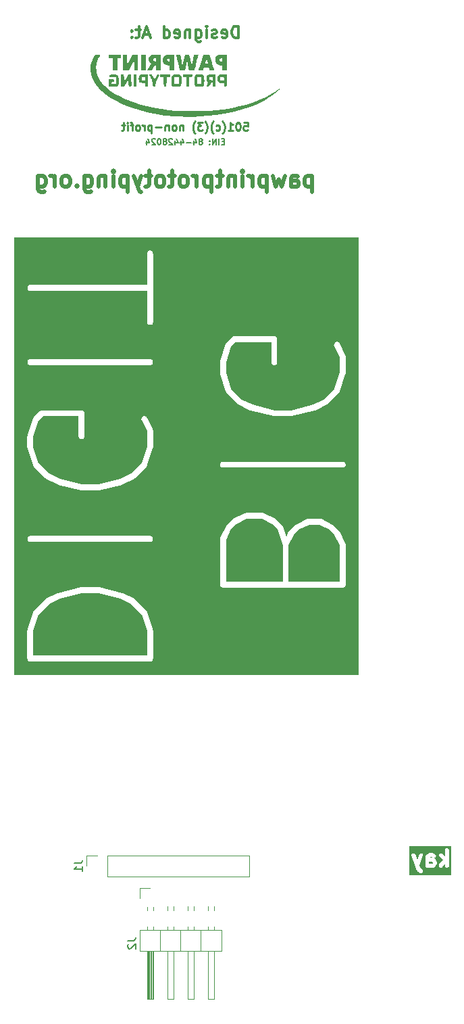
<source format=gbo>
G04 #@! TF.GenerationSoftware,KiCad,Pcbnew,8.0.6+dfsg-1*
G04 #@! TF.CreationDate,2024-11-21T19:14:50-08:00*
G04 #@! TF.ProjectId,digits,64696769-7473-42e6-9b69-6361645f7063,rev?*
G04 #@! TF.SameCoordinates,Original*
G04 #@! TF.FileFunction,Legend,Bot*
G04 #@! TF.FilePolarity,Positive*
%FSLAX46Y46*%
G04 Gerber Fmt 4.6, Leading zero omitted, Abs format (unit mm)*
G04 Created by KiCad (PCBNEW 8.0.6+dfsg-1) date 2024-11-21 19:14:50*
%MOMM*%
%LPD*%
G01*
G04 APERTURE LIST*
%ADD10C,0.500000*%
%ADD11C,0.750000*%
%ADD12C,0.150000*%
%ADD13C,0.187500*%
%ADD14C,0.375000*%
%ADD15C,0.250000*%
%ADD16C,0.120000*%
%ADD17C,0.000000*%
%ADD18C,0.800000*%
%ADD19C,6.400000*%
%ADD20R,1.700000X1.700000*%
%ADD21O,1.700000X1.700000*%
G04 APERTURE END LIST*
D10*
X162212976Y-46811180D02*
X162212976Y-48811180D01*
X162212976Y-46906418D02*
X162022500Y-46811180D01*
X162022500Y-46811180D02*
X161641547Y-46811180D01*
X161641547Y-46811180D02*
X161451071Y-46906418D01*
X161451071Y-46906418D02*
X161355833Y-47001656D01*
X161355833Y-47001656D02*
X161260595Y-47192133D01*
X161260595Y-47192133D02*
X161260595Y-47763561D01*
X161260595Y-47763561D02*
X161355833Y-47954037D01*
X161355833Y-47954037D02*
X161451071Y-48049276D01*
X161451071Y-48049276D02*
X161641547Y-48144514D01*
X161641547Y-48144514D02*
X162022500Y-48144514D01*
X162022500Y-48144514D02*
X162212976Y-48049276D01*
X159546309Y-48144514D02*
X159546309Y-47096895D01*
X159546309Y-47096895D02*
X159641547Y-46906418D01*
X159641547Y-46906418D02*
X159832023Y-46811180D01*
X159832023Y-46811180D02*
X160212976Y-46811180D01*
X160212976Y-46811180D02*
X160403452Y-46906418D01*
X159546309Y-48049276D02*
X159736785Y-48144514D01*
X159736785Y-48144514D02*
X160212976Y-48144514D01*
X160212976Y-48144514D02*
X160403452Y-48049276D01*
X160403452Y-48049276D02*
X160498690Y-47858799D01*
X160498690Y-47858799D02*
X160498690Y-47668323D01*
X160498690Y-47668323D02*
X160403452Y-47477847D01*
X160403452Y-47477847D02*
X160212976Y-47382609D01*
X160212976Y-47382609D02*
X159736785Y-47382609D01*
X159736785Y-47382609D02*
X159546309Y-47287371D01*
X158784404Y-46811180D02*
X158403452Y-48144514D01*
X158403452Y-48144514D02*
X158022499Y-47192133D01*
X158022499Y-47192133D02*
X157641547Y-48144514D01*
X157641547Y-48144514D02*
X157260595Y-46811180D01*
X156498690Y-46811180D02*
X156498690Y-48811180D01*
X156498690Y-46906418D02*
X156308214Y-46811180D01*
X156308214Y-46811180D02*
X155927261Y-46811180D01*
X155927261Y-46811180D02*
X155736785Y-46906418D01*
X155736785Y-46906418D02*
X155641547Y-47001656D01*
X155641547Y-47001656D02*
X155546309Y-47192133D01*
X155546309Y-47192133D02*
X155546309Y-47763561D01*
X155546309Y-47763561D02*
X155641547Y-47954037D01*
X155641547Y-47954037D02*
X155736785Y-48049276D01*
X155736785Y-48049276D02*
X155927261Y-48144514D01*
X155927261Y-48144514D02*
X156308214Y-48144514D01*
X156308214Y-48144514D02*
X156498690Y-48049276D01*
X154689166Y-48144514D02*
X154689166Y-46811180D01*
X154689166Y-47192133D02*
X154593928Y-47001656D01*
X154593928Y-47001656D02*
X154498690Y-46906418D01*
X154498690Y-46906418D02*
X154308214Y-46811180D01*
X154308214Y-46811180D02*
X154117737Y-46811180D01*
X153451071Y-48144514D02*
X153451071Y-46811180D01*
X153451071Y-46144514D02*
X153546309Y-46239752D01*
X153546309Y-46239752D02*
X153451071Y-46334990D01*
X153451071Y-46334990D02*
X153355833Y-46239752D01*
X153355833Y-46239752D02*
X153451071Y-46144514D01*
X153451071Y-46144514D02*
X153451071Y-46334990D01*
X152498690Y-46811180D02*
X152498690Y-48144514D01*
X152498690Y-47001656D02*
X152403452Y-46906418D01*
X152403452Y-46906418D02*
X152212976Y-46811180D01*
X152212976Y-46811180D02*
X151927261Y-46811180D01*
X151927261Y-46811180D02*
X151736785Y-46906418D01*
X151736785Y-46906418D02*
X151641547Y-47096895D01*
X151641547Y-47096895D02*
X151641547Y-48144514D01*
X150974880Y-46811180D02*
X150212976Y-46811180D01*
X150689166Y-46144514D02*
X150689166Y-47858799D01*
X150689166Y-47858799D02*
X150593928Y-48049276D01*
X150593928Y-48049276D02*
X150403452Y-48144514D01*
X150403452Y-48144514D02*
X150212976Y-48144514D01*
X149546309Y-46811180D02*
X149546309Y-48811180D01*
X149546309Y-46906418D02*
X149355833Y-46811180D01*
X149355833Y-46811180D02*
X148974880Y-46811180D01*
X148974880Y-46811180D02*
X148784404Y-46906418D01*
X148784404Y-46906418D02*
X148689166Y-47001656D01*
X148689166Y-47001656D02*
X148593928Y-47192133D01*
X148593928Y-47192133D02*
X148593928Y-47763561D01*
X148593928Y-47763561D02*
X148689166Y-47954037D01*
X148689166Y-47954037D02*
X148784404Y-48049276D01*
X148784404Y-48049276D02*
X148974880Y-48144514D01*
X148974880Y-48144514D02*
X149355833Y-48144514D01*
X149355833Y-48144514D02*
X149546309Y-48049276D01*
X147736785Y-48144514D02*
X147736785Y-46811180D01*
X147736785Y-47192133D02*
X147641547Y-47001656D01*
X147641547Y-47001656D02*
X147546309Y-46906418D01*
X147546309Y-46906418D02*
X147355833Y-46811180D01*
X147355833Y-46811180D02*
X147165356Y-46811180D01*
X146212976Y-48144514D02*
X146403452Y-48049276D01*
X146403452Y-48049276D02*
X146498690Y-47954037D01*
X146498690Y-47954037D02*
X146593928Y-47763561D01*
X146593928Y-47763561D02*
X146593928Y-47192133D01*
X146593928Y-47192133D02*
X146498690Y-47001656D01*
X146498690Y-47001656D02*
X146403452Y-46906418D01*
X146403452Y-46906418D02*
X146212976Y-46811180D01*
X146212976Y-46811180D02*
X145927261Y-46811180D01*
X145927261Y-46811180D02*
X145736785Y-46906418D01*
X145736785Y-46906418D02*
X145641547Y-47001656D01*
X145641547Y-47001656D02*
X145546309Y-47192133D01*
X145546309Y-47192133D02*
X145546309Y-47763561D01*
X145546309Y-47763561D02*
X145641547Y-47954037D01*
X145641547Y-47954037D02*
X145736785Y-48049276D01*
X145736785Y-48049276D02*
X145927261Y-48144514D01*
X145927261Y-48144514D02*
X146212976Y-48144514D01*
X144974880Y-46811180D02*
X144212976Y-46811180D01*
X144689166Y-46144514D02*
X144689166Y-47858799D01*
X144689166Y-47858799D02*
X144593928Y-48049276D01*
X144593928Y-48049276D02*
X144403452Y-48144514D01*
X144403452Y-48144514D02*
X144212976Y-48144514D01*
X143260595Y-48144514D02*
X143451071Y-48049276D01*
X143451071Y-48049276D02*
X143546309Y-47954037D01*
X143546309Y-47954037D02*
X143641547Y-47763561D01*
X143641547Y-47763561D02*
X143641547Y-47192133D01*
X143641547Y-47192133D02*
X143546309Y-47001656D01*
X143546309Y-47001656D02*
X143451071Y-46906418D01*
X143451071Y-46906418D02*
X143260595Y-46811180D01*
X143260595Y-46811180D02*
X142974880Y-46811180D01*
X142974880Y-46811180D02*
X142784404Y-46906418D01*
X142784404Y-46906418D02*
X142689166Y-47001656D01*
X142689166Y-47001656D02*
X142593928Y-47192133D01*
X142593928Y-47192133D02*
X142593928Y-47763561D01*
X142593928Y-47763561D02*
X142689166Y-47954037D01*
X142689166Y-47954037D02*
X142784404Y-48049276D01*
X142784404Y-48049276D02*
X142974880Y-48144514D01*
X142974880Y-48144514D02*
X143260595Y-48144514D01*
X142022499Y-46811180D02*
X141260595Y-46811180D01*
X141736785Y-46144514D02*
X141736785Y-47858799D01*
X141736785Y-47858799D02*
X141641547Y-48049276D01*
X141641547Y-48049276D02*
X141451071Y-48144514D01*
X141451071Y-48144514D02*
X141260595Y-48144514D01*
X140784404Y-46811180D02*
X140308214Y-48144514D01*
X139832023Y-46811180D02*
X140308214Y-48144514D01*
X140308214Y-48144514D02*
X140498690Y-48620704D01*
X140498690Y-48620704D02*
X140593928Y-48715942D01*
X140593928Y-48715942D02*
X140784404Y-48811180D01*
X139070118Y-46811180D02*
X139070118Y-48811180D01*
X139070118Y-46906418D02*
X138879642Y-46811180D01*
X138879642Y-46811180D02*
X138498689Y-46811180D01*
X138498689Y-46811180D02*
X138308213Y-46906418D01*
X138308213Y-46906418D02*
X138212975Y-47001656D01*
X138212975Y-47001656D02*
X138117737Y-47192133D01*
X138117737Y-47192133D02*
X138117737Y-47763561D01*
X138117737Y-47763561D02*
X138212975Y-47954037D01*
X138212975Y-47954037D02*
X138308213Y-48049276D01*
X138308213Y-48049276D02*
X138498689Y-48144514D01*
X138498689Y-48144514D02*
X138879642Y-48144514D01*
X138879642Y-48144514D02*
X139070118Y-48049276D01*
X137260594Y-48144514D02*
X137260594Y-46811180D01*
X137260594Y-46144514D02*
X137355832Y-46239752D01*
X137355832Y-46239752D02*
X137260594Y-46334990D01*
X137260594Y-46334990D02*
X137165356Y-46239752D01*
X137165356Y-46239752D02*
X137260594Y-46144514D01*
X137260594Y-46144514D02*
X137260594Y-46334990D01*
X136308213Y-46811180D02*
X136308213Y-48144514D01*
X136308213Y-47001656D02*
X136212975Y-46906418D01*
X136212975Y-46906418D02*
X136022499Y-46811180D01*
X136022499Y-46811180D02*
X135736784Y-46811180D01*
X135736784Y-46811180D02*
X135546308Y-46906418D01*
X135546308Y-46906418D02*
X135451070Y-47096895D01*
X135451070Y-47096895D02*
X135451070Y-48144514D01*
X133641546Y-46811180D02*
X133641546Y-48430228D01*
X133641546Y-48430228D02*
X133736784Y-48620704D01*
X133736784Y-48620704D02*
X133832022Y-48715942D01*
X133832022Y-48715942D02*
X134022499Y-48811180D01*
X134022499Y-48811180D02*
X134308213Y-48811180D01*
X134308213Y-48811180D02*
X134498689Y-48715942D01*
X133641546Y-48049276D02*
X133832022Y-48144514D01*
X133832022Y-48144514D02*
X134212975Y-48144514D01*
X134212975Y-48144514D02*
X134403451Y-48049276D01*
X134403451Y-48049276D02*
X134498689Y-47954037D01*
X134498689Y-47954037D02*
X134593927Y-47763561D01*
X134593927Y-47763561D02*
X134593927Y-47192133D01*
X134593927Y-47192133D02*
X134498689Y-47001656D01*
X134498689Y-47001656D02*
X134403451Y-46906418D01*
X134403451Y-46906418D02*
X134212975Y-46811180D01*
X134212975Y-46811180D02*
X133832022Y-46811180D01*
X133832022Y-46811180D02*
X133641546Y-46906418D01*
X132689165Y-47954037D02*
X132593927Y-48049276D01*
X132593927Y-48049276D02*
X132689165Y-48144514D01*
X132689165Y-48144514D02*
X132784403Y-48049276D01*
X132784403Y-48049276D02*
X132689165Y-47954037D01*
X132689165Y-47954037D02*
X132689165Y-48144514D01*
X131451070Y-48144514D02*
X131641546Y-48049276D01*
X131641546Y-48049276D02*
X131736784Y-47954037D01*
X131736784Y-47954037D02*
X131832022Y-47763561D01*
X131832022Y-47763561D02*
X131832022Y-47192133D01*
X131832022Y-47192133D02*
X131736784Y-47001656D01*
X131736784Y-47001656D02*
X131641546Y-46906418D01*
X131641546Y-46906418D02*
X131451070Y-46811180D01*
X131451070Y-46811180D02*
X131165355Y-46811180D01*
X131165355Y-46811180D02*
X130974879Y-46906418D01*
X130974879Y-46906418D02*
X130879641Y-47001656D01*
X130879641Y-47001656D02*
X130784403Y-47192133D01*
X130784403Y-47192133D02*
X130784403Y-47763561D01*
X130784403Y-47763561D02*
X130879641Y-47954037D01*
X130879641Y-47954037D02*
X130974879Y-48049276D01*
X130974879Y-48049276D02*
X131165355Y-48144514D01*
X131165355Y-48144514D02*
X131451070Y-48144514D01*
X129927260Y-48144514D02*
X129927260Y-46811180D01*
X129927260Y-47192133D02*
X129832022Y-47001656D01*
X129832022Y-47001656D02*
X129736784Y-46906418D01*
X129736784Y-46906418D02*
X129546308Y-46811180D01*
X129546308Y-46811180D02*
X129355831Y-46811180D01*
X127832022Y-46811180D02*
X127832022Y-48430228D01*
X127832022Y-48430228D02*
X127927260Y-48620704D01*
X127927260Y-48620704D02*
X128022498Y-48715942D01*
X128022498Y-48715942D02*
X128212975Y-48811180D01*
X128212975Y-48811180D02*
X128498689Y-48811180D01*
X128498689Y-48811180D02*
X128689165Y-48715942D01*
X127832022Y-48049276D02*
X128022498Y-48144514D01*
X128022498Y-48144514D02*
X128403451Y-48144514D01*
X128403451Y-48144514D02*
X128593927Y-48049276D01*
X128593927Y-48049276D02*
X128689165Y-47954037D01*
X128689165Y-47954037D02*
X128784403Y-47763561D01*
X128784403Y-47763561D02*
X128784403Y-47192133D01*
X128784403Y-47192133D02*
X128689165Y-47001656D01*
X128689165Y-47001656D02*
X128593927Y-46906418D01*
X128593927Y-46906418D02*
X128403451Y-46811180D01*
X128403451Y-46811180D02*
X128022498Y-46811180D01*
X128022498Y-46811180D02*
X127832022Y-46906418D01*
D11*
G36*
X138165831Y-99733196D02*
G01*
X139503152Y-100401857D01*
X140826096Y-101724801D01*
X141493144Y-103725944D01*
X141493144Y-106861519D01*
X127243144Y-106861519D01*
X127243144Y-103725943D01*
X127910191Y-101724801D01*
X129233136Y-100401856D01*
X130570459Y-99733194D01*
X133342878Y-99040090D01*
X135393409Y-99040090D01*
X138165831Y-99733196D01*
G37*
G36*
X157223739Y-90401856D02*
G01*
X157832399Y-91010516D01*
X158499447Y-93011659D01*
X158499447Y-97575805D01*
X151392304Y-97575805D01*
X151392304Y-92325044D01*
X152039785Y-91030082D01*
X152668010Y-90401856D01*
X153962972Y-89754376D01*
X155928779Y-89754376D01*
X157223739Y-90401856D01*
G37*
G36*
X164366596Y-91116142D02*
G01*
X164994823Y-91744369D01*
X165642304Y-93039330D01*
X165642304Y-97575805D01*
X159249447Y-97575805D01*
X159249447Y-93039329D01*
X159896927Y-91744368D01*
X160525153Y-91116143D01*
X161820115Y-90468662D01*
X163071636Y-90468662D01*
X164366596Y-91116142D01*
G37*
G36*
X168058971Y-109278186D02*
G01*
X124826477Y-109278186D01*
X124826477Y-103665090D01*
X126493144Y-103665090D01*
X126493144Y-107236519D01*
X126496352Y-107285466D01*
X126521689Y-107380025D01*
X126570636Y-107464805D01*
X126639858Y-107534027D01*
X126724638Y-107582974D01*
X126819197Y-107608311D01*
X126868144Y-107611519D01*
X141868144Y-107611519D01*
X141917091Y-107608311D01*
X142011650Y-107582974D01*
X142096430Y-107534027D01*
X142165652Y-107464805D01*
X142214599Y-107380025D01*
X142239936Y-107285466D01*
X142243144Y-107236519D01*
X142243144Y-103665090D01*
X142239936Y-103616143D01*
X142237011Y-103605230D01*
X142236335Y-103593954D01*
X142223900Y-103546505D01*
X141509614Y-101403648D01*
X141501961Y-101384882D01*
X141500312Y-101378726D01*
X141497380Y-101373649D01*
X141491092Y-101358227D01*
X141470266Y-101326685D01*
X141451365Y-101293947D01*
X141440381Y-101281422D01*
X141437153Y-101276533D01*
X141432386Y-101272306D01*
X141419023Y-101257068D01*
X139990452Y-99828497D01*
X139953573Y-99796155D01*
X139943789Y-99790506D01*
X139935337Y-99783011D01*
X139892992Y-99758252D01*
X138464420Y-99043966D01*
X138440100Y-99033735D01*
X138434374Y-99030556D01*
X138426666Y-99028083D01*
X138419206Y-99024945D01*
X138412788Y-99023631D01*
X138387666Y-99015573D01*
X135530523Y-98301287D01*
X135492743Y-98294429D01*
X135488519Y-98293298D01*
X135485369Y-98293091D01*
X135482259Y-98292527D01*
X135477879Y-98292600D01*
X135439572Y-98290090D01*
X133296715Y-98290090D01*
X133258407Y-98292600D01*
X133254028Y-98292527D01*
X133250916Y-98293091D01*
X133247768Y-98293298D01*
X133243545Y-98294429D01*
X133205764Y-98301286D01*
X130348621Y-99015573D01*
X130323500Y-99023631D01*
X130317081Y-99024945D01*
X130309617Y-99028084D01*
X130301914Y-99030556D01*
X130296190Y-99033733D01*
X130271867Y-99043966D01*
X128843296Y-99758252D01*
X128800951Y-99783011D01*
X128792497Y-99790506D01*
X128782715Y-99796155D01*
X128745836Y-99828497D01*
X127317265Y-101257068D01*
X127303905Y-101272302D01*
X127299135Y-101276532D01*
X127295904Y-101281425D01*
X127284923Y-101293947D01*
X127266020Y-101326687D01*
X127245196Y-101358227D01*
X127238908Y-101373644D01*
X127235975Y-101378726D01*
X127234323Y-101384887D01*
X127226674Y-101403647D01*
X126512388Y-103546505D01*
X126499953Y-103593954D01*
X126499276Y-103605230D01*
X126496352Y-103616143D01*
X126493144Y-103665090D01*
X124826477Y-103665090D01*
X124826477Y-92187572D01*
X126496352Y-92187572D01*
X126496352Y-92285466D01*
X126521689Y-92380025D01*
X126570636Y-92464805D01*
X126639858Y-92534027D01*
X126724638Y-92582974D01*
X126819197Y-92608311D01*
X126868144Y-92611519D01*
X141868144Y-92611519D01*
X141917091Y-92608311D01*
X142011650Y-92582974D01*
X142096430Y-92534027D01*
X142165652Y-92464805D01*
X142214599Y-92380025D01*
X142239936Y-92285466D01*
X142239936Y-92236519D01*
X150642304Y-92236519D01*
X150642304Y-97950805D01*
X150645512Y-97999752D01*
X150670849Y-98094311D01*
X150719796Y-98179091D01*
X150789018Y-98248313D01*
X150873798Y-98297260D01*
X150968357Y-98322597D01*
X151017304Y-98325805D01*
X166017304Y-98325805D01*
X166066251Y-98322597D01*
X166160810Y-98297260D01*
X166245590Y-98248313D01*
X166314812Y-98179091D01*
X166363759Y-98094311D01*
X166389096Y-97999752D01*
X166392304Y-97950805D01*
X166392304Y-92950805D01*
X166390978Y-92930587D01*
X166391361Y-92924221D01*
X166390185Y-92918474D01*
X166389096Y-92901858D01*
X166379314Y-92865352D01*
X166371735Y-92828314D01*
X166365276Y-92812960D01*
X166363759Y-92807299D01*
X166360571Y-92801778D01*
X166352714Y-92783100D01*
X165638428Y-91354529D01*
X165613669Y-91312184D01*
X165606173Y-91303731D01*
X165600525Y-91293948D01*
X165568183Y-91257069D01*
X164853897Y-90542783D01*
X164817018Y-90510441D01*
X164807234Y-90504792D01*
X164798782Y-90497297D01*
X164756437Y-90472538D01*
X163327866Y-89758252D01*
X163309187Y-89750394D01*
X163303667Y-89747207D01*
X163298005Y-89745689D01*
X163282652Y-89739231D01*
X163245613Y-89731651D01*
X163209108Y-89721870D01*
X163192491Y-89720780D01*
X163186745Y-89719605D01*
X163180378Y-89719987D01*
X163160161Y-89718662D01*
X161731590Y-89718662D01*
X161711372Y-89719987D01*
X161705006Y-89719605D01*
X161699259Y-89720780D01*
X161682643Y-89721870D01*
X161646137Y-89731651D01*
X161609099Y-89739231D01*
X161593745Y-89745689D01*
X161588084Y-89747207D01*
X161582563Y-89750394D01*
X161563885Y-89758252D01*
X160135313Y-90472538D01*
X160092968Y-90497297D01*
X160084515Y-90504792D01*
X160074732Y-90510441D01*
X160037853Y-90542783D01*
X159323567Y-91257069D01*
X159291225Y-91293948D01*
X159285576Y-91303731D01*
X159278081Y-91312184D01*
X159253322Y-91354529D01*
X158943912Y-91973348D01*
X158515917Y-90689363D01*
X158508267Y-90670604D01*
X158506616Y-90664441D01*
X158503681Y-90659358D01*
X158497395Y-90643942D01*
X158476572Y-90612405D01*
X158457668Y-90579662D01*
X158446684Y-90567137D01*
X158443456Y-90562248D01*
X158438689Y-90558021D01*
X158425326Y-90542783D01*
X157711040Y-89828497D01*
X157674161Y-89796155D01*
X157664377Y-89790506D01*
X157655925Y-89783011D01*
X157613580Y-89758252D01*
X156185009Y-89043966D01*
X156166330Y-89036108D01*
X156160810Y-89032921D01*
X156155148Y-89031403D01*
X156139795Y-89024945D01*
X156102756Y-89017365D01*
X156066251Y-89007584D01*
X156049634Y-89006494D01*
X156043888Y-89005319D01*
X156037521Y-89005701D01*
X156017304Y-89004376D01*
X153874447Y-89004376D01*
X153854229Y-89005701D01*
X153847863Y-89005319D01*
X153842116Y-89006494D01*
X153825500Y-89007584D01*
X153788994Y-89017365D01*
X153751956Y-89024945D01*
X153736602Y-89031403D01*
X153730941Y-89032921D01*
X153725420Y-89036108D01*
X153706742Y-89043966D01*
X152278170Y-89758252D01*
X152235825Y-89783011D01*
X152227371Y-89790506D01*
X152217589Y-89796155D01*
X152180710Y-89828497D01*
X151466425Y-90542783D01*
X151434082Y-90579662D01*
X151428432Y-90589447D01*
X151420939Y-90597898D01*
X151396180Y-90640243D01*
X150681894Y-92068814D01*
X150674036Y-92087492D01*
X150670849Y-92093013D01*
X150669331Y-92098674D01*
X150662873Y-92114028D01*
X150655293Y-92151066D01*
X150645512Y-92187572D01*
X150644422Y-92204188D01*
X150643247Y-92209935D01*
X150643629Y-92216301D01*
X150642304Y-92236519D01*
X142239936Y-92236519D01*
X142239936Y-92187572D01*
X142214599Y-92093013D01*
X142165652Y-92008233D01*
X142096430Y-91939011D01*
X142011650Y-91890064D01*
X141917091Y-91864727D01*
X141868144Y-91861519D01*
X126868144Y-91861519D01*
X126819197Y-91864727D01*
X126724638Y-91890064D01*
X126639858Y-91939011D01*
X126570636Y-92008233D01*
X126521689Y-92093013D01*
X126496352Y-92187572D01*
X124826477Y-92187572D01*
X124826477Y-79379376D01*
X126493144Y-79379376D01*
X126493144Y-80807948D01*
X126496352Y-80856895D01*
X126499276Y-80867807D01*
X126499953Y-80879084D01*
X126512388Y-80926533D01*
X127226674Y-83069391D01*
X127234323Y-83088150D01*
X127235975Y-83094312D01*
X127238908Y-83099393D01*
X127245196Y-83114811D01*
X127266020Y-83146350D01*
X127284923Y-83179091D01*
X127295904Y-83191612D01*
X127299135Y-83196506D01*
X127303905Y-83200735D01*
X127317265Y-83215970D01*
X128745836Y-84644541D01*
X128782715Y-84676883D01*
X128792497Y-84682531D01*
X128800951Y-84690027D01*
X128843296Y-84714786D01*
X130271867Y-85429072D01*
X130296190Y-85439304D01*
X130301914Y-85442482D01*
X130309617Y-85444953D01*
X130317081Y-85448093D01*
X130323500Y-85449406D01*
X130348621Y-85457465D01*
X133205764Y-86171752D01*
X133243545Y-86178608D01*
X133247768Y-86179740D01*
X133250916Y-86179946D01*
X133254028Y-86180511D01*
X133258407Y-86180437D01*
X133296715Y-86182948D01*
X135439572Y-86182948D01*
X135477879Y-86180437D01*
X135482259Y-86180511D01*
X135485369Y-86179946D01*
X135488519Y-86179740D01*
X135492743Y-86178608D01*
X135530523Y-86171751D01*
X138387666Y-85457465D01*
X138412788Y-85449406D01*
X138419206Y-85448093D01*
X138426666Y-85444954D01*
X138434374Y-85442482D01*
X138440100Y-85439302D01*
X138464420Y-85429072D01*
X139892992Y-84714786D01*
X139935337Y-84690027D01*
X139943789Y-84682531D01*
X139953573Y-84676883D01*
X139990452Y-84644541D01*
X141419023Y-83215970D01*
X141432386Y-83200731D01*
X141437153Y-83196505D01*
X141440381Y-83191615D01*
X141451365Y-83179091D01*
X141470266Y-83146352D01*
X141491092Y-83114811D01*
X141497380Y-83099388D01*
X141500312Y-83094312D01*
X141501961Y-83088155D01*
X141509614Y-83069390D01*
X141565458Y-82901858D01*
X150645512Y-82901858D01*
X150645512Y-82999752D01*
X150670849Y-83094311D01*
X150719796Y-83179091D01*
X150789018Y-83248313D01*
X150873798Y-83297260D01*
X150968357Y-83322597D01*
X151017304Y-83325805D01*
X166017304Y-83325805D01*
X166066251Y-83322597D01*
X166160810Y-83297260D01*
X166245590Y-83248313D01*
X166314812Y-83179091D01*
X166363759Y-83094311D01*
X166389096Y-82999752D01*
X166389096Y-82901858D01*
X166363759Y-82807299D01*
X166314812Y-82722519D01*
X166245590Y-82653297D01*
X166160810Y-82604350D01*
X166066251Y-82579013D01*
X166017304Y-82575805D01*
X151017304Y-82575805D01*
X150968357Y-82579013D01*
X150873798Y-82604350D01*
X150789018Y-82653297D01*
X150719796Y-82722519D01*
X150670849Y-82807299D01*
X150645512Y-82901858D01*
X141565458Y-82901858D01*
X142223900Y-80926533D01*
X142236335Y-80879084D01*
X142237011Y-80867807D01*
X142239936Y-80856895D01*
X142243144Y-80807948D01*
X142243144Y-78665091D01*
X142241818Y-78644873D01*
X142242201Y-78638507D01*
X142241025Y-78632760D01*
X142239936Y-78616144D01*
X142230154Y-78579638D01*
X142222575Y-78542600D01*
X142216116Y-78527246D01*
X142214599Y-78521585D01*
X142211411Y-78516064D01*
X142203554Y-78497386D01*
X141489268Y-77068814D01*
X141464509Y-77026469D01*
X141399559Y-76953224D01*
X141317865Y-76899284D01*
X141224994Y-76868327D01*
X141127274Y-76862462D01*
X141031367Y-76882088D01*
X140943808Y-76925868D01*
X140870563Y-76990818D01*
X140816623Y-77072512D01*
X140785666Y-77165383D01*
X140779801Y-77263103D01*
X140799427Y-77359010D01*
X140818448Y-77404224D01*
X141493144Y-78753616D01*
X141493144Y-80747094D01*
X140826096Y-82748236D01*
X139503152Y-84071181D01*
X138165831Y-84739841D01*
X135393409Y-85432948D01*
X133342878Y-85432948D01*
X130570459Y-84739843D01*
X129233136Y-84071181D01*
X127910191Y-82748236D01*
X127243144Y-80747094D01*
X127243144Y-79440229D01*
X127910191Y-77439087D01*
X128452045Y-76897233D01*
X132921715Y-76897233D01*
X132921715Y-79379376D01*
X132924923Y-79428323D01*
X132950260Y-79522882D01*
X132999207Y-79607662D01*
X133068429Y-79676884D01*
X133153209Y-79725831D01*
X133247768Y-79751168D01*
X133345662Y-79751168D01*
X133440221Y-79725831D01*
X133525001Y-79676884D01*
X133594223Y-79607662D01*
X133643170Y-79522882D01*
X133668507Y-79428323D01*
X133671715Y-79379376D01*
X133671715Y-76522233D01*
X133668507Y-76473286D01*
X133643170Y-76378727D01*
X133594223Y-76293947D01*
X133525001Y-76224725D01*
X133440221Y-76175778D01*
X133345662Y-76150441D01*
X133296715Y-76147233D01*
X128296715Y-76147233D01*
X128247768Y-76150441D01*
X128247767Y-76150441D01*
X128224155Y-76156768D01*
X128153209Y-76175778D01*
X128068429Y-76224725D01*
X128068420Y-76224733D01*
X128031550Y-76257068D01*
X127317265Y-76971354D01*
X127303903Y-76986589D01*
X127299135Y-76990818D01*
X127295906Y-76995708D01*
X127284922Y-77008233D01*
X127266017Y-77040977D01*
X127245196Y-77072513D01*
X127238907Y-77087933D01*
X127235975Y-77093013D01*
X127234324Y-77099171D01*
X127226674Y-77117933D01*
X126512388Y-79260791D01*
X126499953Y-79308240D01*
X126499276Y-79319516D01*
X126496352Y-79330429D01*
X126493144Y-79379376D01*
X124826477Y-79379376D01*
X124826477Y-70044715D01*
X126496352Y-70044715D01*
X126496352Y-70142609D01*
X126521689Y-70237168D01*
X126570636Y-70321948D01*
X126639858Y-70391170D01*
X126724638Y-70440117D01*
X126819197Y-70465454D01*
X126868144Y-70468662D01*
X141868144Y-70468662D01*
X141917091Y-70465454D01*
X142011650Y-70440117D01*
X142096430Y-70391170D01*
X142165652Y-70321948D01*
X142214599Y-70237168D01*
X142239936Y-70142609D01*
X142239936Y-70093662D01*
X150642304Y-70093662D01*
X150642304Y-71522234D01*
X150645512Y-71571181D01*
X150648436Y-71582093D01*
X150649113Y-71593370D01*
X150661548Y-71640819D01*
X151375834Y-73783677D01*
X151383483Y-73802436D01*
X151385135Y-73808598D01*
X151388068Y-73813679D01*
X151394356Y-73829097D01*
X151415180Y-73860636D01*
X151434083Y-73893377D01*
X151445064Y-73905898D01*
X151448295Y-73910792D01*
X151453065Y-73915021D01*
X151466425Y-73930256D01*
X152894996Y-75358827D01*
X152931875Y-75391169D01*
X152941657Y-75396817D01*
X152950111Y-75404313D01*
X152992456Y-75429072D01*
X154421027Y-76143358D01*
X154445350Y-76153590D01*
X154451074Y-76156768D01*
X154458777Y-76159239D01*
X154466241Y-76162379D01*
X154472660Y-76163692D01*
X154497781Y-76171751D01*
X157354924Y-76886038D01*
X157392705Y-76892894D01*
X157396928Y-76894026D01*
X157400076Y-76894232D01*
X157403188Y-76894797D01*
X157407567Y-76894723D01*
X157445875Y-76897234D01*
X159588732Y-76897234D01*
X159627039Y-76894723D01*
X159631419Y-76894797D01*
X159634529Y-76894232D01*
X159637679Y-76894026D01*
X159641903Y-76892894D01*
X159679683Y-76886037D01*
X162536826Y-76171751D01*
X162561948Y-76163692D01*
X162568366Y-76162379D01*
X162575826Y-76159240D01*
X162583534Y-76156768D01*
X162589260Y-76153588D01*
X162613580Y-76143358D01*
X164042152Y-75429072D01*
X164084497Y-75404313D01*
X164092949Y-75396817D01*
X164102733Y-75391169D01*
X164139612Y-75358827D01*
X165568183Y-73930256D01*
X165581546Y-73915017D01*
X165586313Y-73910791D01*
X165589541Y-73905901D01*
X165600525Y-73893377D01*
X165619426Y-73860638D01*
X165640252Y-73829097D01*
X165646540Y-73813674D01*
X165649472Y-73808598D01*
X165651121Y-73802441D01*
X165658774Y-73783676D01*
X166373060Y-71640819D01*
X166385495Y-71593370D01*
X166386171Y-71582093D01*
X166389096Y-71571181D01*
X166392304Y-71522234D01*
X166392304Y-69379377D01*
X166390978Y-69359159D01*
X166391361Y-69352793D01*
X166390185Y-69347046D01*
X166389096Y-69330430D01*
X166379314Y-69293924D01*
X166371735Y-69256886D01*
X166365276Y-69241532D01*
X166363759Y-69235871D01*
X166360571Y-69230350D01*
X166352714Y-69211672D01*
X165638428Y-67783100D01*
X165613669Y-67740755D01*
X165548719Y-67667510D01*
X165467025Y-67613570D01*
X165374154Y-67582613D01*
X165276434Y-67576748D01*
X165180527Y-67596374D01*
X165092968Y-67640154D01*
X165019723Y-67705104D01*
X164965783Y-67786798D01*
X164934826Y-67879669D01*
X164928961Y-67977389D01*
X164948587Y-68073296D01*
X164967608Y-68118510D01*
X165642304Y-69467902D01*
X165642304Y-71461380D01*
X164975256Y-73462522D01*
X163652312Y-74785467D01*
X162314991Y-75454127D01*
X159542569Y-76147234D01*
X157492038Y-76147234D01*
X154719619Y-75454129D01*
X153382296Y-74785467D01*
X152059351Y-73462522D01*
X151392304Y-71461380D01*
X151392304Y-70154515D01*
X152059351Y-68153373D01*
X152601205Y-67611519D01*
X157070875Y-67611519D01*
X157070875Y-70093662D01*
X157074083Y-70142609D01*
X157099420Y-70237168D01*
X157148367Y-70321948D01*
X157217589Y-70391170D01*
X157302369Y-70440117D01*
X157396928Y-70465454D01*
X157494822Y-70465454D01*
X157589381Y-70440117D01*
X157674161Y-70391170D01*
X157743383Y-70321948D01*
X157792330Y-70237168D01*
X157817667Y-70142609D01*
X157820875Y-70093662D01*
X157820875Y-67236519D01*
X157817667Y-67187572D01*
X157792330Y-67093013D01*
X157743383Y-67008233D01*
X157674161Y-66939011D01*
X157589381Y-66890064D01*
X157494822Y-66864727D01*
X157445875Y-66861519D01*
X152445875Y-66861519D01*
X152396928Y-66864727D01*
X152396927Y-66864727D01*
X152371590Y-66871516D01*
X152302369Y-66890064D01*
X152217589Y-66939011D01*
X152217580Y-66939019D01*
X152180710Y-66971354D01*
X151466425Y-67685640D01*
X151453063Y-67700875D01*
X151448295Y-67705104D01*
X151445066Y-67709994D01*
X151434082Y-67722519D01*
X151415177Y-67755263D01*
X151394356Y-67786799D01*
X151388067Y-67802219D01*
X151385135Y-67807299D01*
X151383484Y-67813457D01*
X151375834Y-67832219D01*
X150661548Y-69975077D01*
X150649113Y-70022526D01*
X150648436Y-70033802D01*
X150645512Y-70044715D01*
X150642304Y-70093662D01*
X142239936Y-70093662D01*
X142239936Y-70044715D01*
X142214599Y-69950156D01*
X142165652Y-69865376D01*
X142096430Y-69796154D01*
X142011650Y-69747207D01*
X141917091Y-69721870D01*
X141868144Y-69718662D01*
X126868144Y-69718662D01*
X126819197Y-69721870D01*
X126724638Y-69747207D01*
X126639858Y-69796154D01*
X126570636Y-69865376D01*
X126521689Y-69950156D01*
X126496352Y-70044715D01*
X124826477Y-70044715D01*
X124826477Y-60759001D01*
X126496352Y-60759001D01*
X126496352Y-60856895D01*
X126521689Y-60951454D01*
X126570636Y-61036234D01*
X126639858Y-61105456D01*
X126724638Y-61154403D01*
X126819197Y-61179740D01*
X126868144Y-61182948D01*
X141493144Y-61182948D01*
X141493144Y-65093662D01*
X141496352Y-65142609D01*
X141521689Y-65237168D01*
X141570636Y-65321948D01*
X141639858Y-65391170D01*
X141724638Y-65440117D01*
X141819197Y-65465454D01*
X141917091Y-65465454D01*
X142011650Y-65440117D01*
X142096430Y-65391170D01*
X142165652Y-65321948D01*
X142214599Y-65237168D01*
X142239936Y-65142609D01*
X142243144Y-65093662D01*
X142243144Y-56522234D01*
X142239936Y-56473287D01*
X142214599Y-56378728D01*
X142165652Y-56293948D01*
X142096430Y-56224726D01*
X142011650Y-56175779D01*
X141917091Y-56150442D01*
X141819197Y-56150442D01*
X141724638Y-56175779D01*
X141639858Y-56224726D01*
X141570636Y-56293948D01*
X141521689Y-56378728D01*
X141496352Y-56473287D01*
X141493144Y-56522234D01*
X141493144Y-60432948D01*
X126868144Y-60432948D01*
X126819197Y-60436156D01*
X126724638Y-60461493D01*
X126639858Y-60510440D01*
X126570636Y-60579662D01*
X126521689Y-60664442D01*
X126496352Y-60759001D01*
X124826477Y-60759001D01*
X124826477Y-54483775D01*
X168058971Y-54483775D01*
X168058971Y-109278186D01*
G37*
D10*
G36*
X177284612Y-132678909D02*
G01*
X177316190Y-132742064D01*
X177316190Y-132814506D01*
X177284612Y-132877661D01*
X177221459Y-132909238D01*
X176863809Y-132909238D01*
X176863809Y-132647333D01*
X177221459Y-132647333D01*
X177284612Y-132678909D01*
G37*
G36*
X179590000Y-134323941D02*
G01*
X174402208Y-134323941D01*
X174402208Y-131862441D01*
X174652208Y-131862441D01*
X174664088Y-131909988D01*
X175140279Y-133243322D01*
X175142284Y-133247569D01*
X175143595Y-133252086D01*
X175334071Y-133728275D01*
X175356645Y-133771776D01*
X175357729Y-133772887D01*
X175358323Y-133774320D01*
X175389413Y-133812205D01*
X175484651Y-133907443D01*
X175503825Y-133923178D01*
X175508149Y-133928164D01*
X175515665Y-133932895D01*
X175522536Y-133938534D01*
X175528636Y-133941060D01*
X175549625Y-133954273D01*
X175740101Y-134049511D01*
X175785873Y-134067026D01*
X175883173Y-134073941D01*
X175975711Y-134043095D01*
X176049402Y-133979183D01*
X176093026Y-133891935D01*
X176099941Y-133794635D01*
X176069095Y-133702097D01*
X176005183Y-133628406D01*
X175963708Y-133602297D01*
X175809518Y-133525202D01*
X175779251Y-133494935D01*
X175642968Y-133154229D01*
X176015329Y-132111619D01*
X176363809Y-132111619D01*
X176363809Y-133159238D01*
X176368613Y-133208011D01*
X176405942Y-133298131D01*
X176474916Y-133367105D01*
X176565036Y-133404434D01*
X176662582Y-133404434D01*
X176704032Y-133387264D01*
X176738254Y-133400360D01*
X176747213Y-133400996D01*
X176755512Y-133404434D01*
X176804285Y-133409238D01*
X177280476Y-133409238D01*
X177329249Y-133404434D01*
X177337547Y-133400996D01*
X177346507Y-133400360D01*
X177392279Y-133382845D01*
X177582756Y-133287607D01*
X177590912Y-133282472D01*
X177594760Y-133281190D01*
X177599552Y-133277033D01*
X177624231Y-133261498D01*
X177644771Y-133237814D01*
X177668450Y-133217278D01*
X177683982Y-133192604D01*
X177688143Y-133187807D01*
X177689426Y-133183955D01*
X177694559Y-133175803D01*
X177709644Y-133145632D01*
X178078466Y-133145632D01*
X178092260Y-133242196D01*
X178141959Y-133326131D01*
X178219996Y-133384659D01*
X178314489Y-133408867D01*
X178411053Y-133395073D01*
X178494988Y-133345374D01*
X178528095Y-133309238D01*
X178840000Y-132893364D01*
X178840000Y-133159238D01*
X178844804Y-133208011D01*
X178882133Y-133298131D01*
X178951107Y-133367105D01*
X179041227Y-133404434D01*
X179138773Y-133404434D01*
X179228893Y-133367105D01*
X179297867Y-133298131D01*
X179335196Y-133208011D01*
X179340000Y-133159238D01*
X179340000Y-131159238D01*
X179335196Y-131110465D01*
X179297867Y-131020345D01*
X179228893Y-130951371D01*
X179138773Y-130914042D01*
X179041227Y-130914042D01*
X178951107Y-130951371D01*
X178882133Y-131020345D01*
X178844804Y-131110465D01*
X178840000Y-131159238D01*
X178840000Y-131984255D01*
X178504872Y-131649127D01*
X178466987Y-131618037D01*
X178376867Y-131580708D01*
X178279323Y-131580708D01*
X178189203Y-131618037D01*
X178120228Y-131687012D01*
X178082899Y-131777132D01*
X178082899Y-131874676D01*
X178120228Y-131964796D01*
X178151318Y-132002681D01*
X178569429Y-132420792D01*
X178128095Y-133009238D01*
X178102674Y-133051139D01*
X178078466Y-133145632D01*
X177709644Y-133145632D01*
X177789797Y-132985326D01*
X177807312Y-132939553D01*
X177807948Y-132930594D01*
X177811386Y-132922296D01*
X177816190Y-132873523D01*
X177816190Y-132683047D01*
X177811386Y-132634274D01*
X177807948Y-132625975D01*
X177807312Y-132617016D01*
X177789797Y-132571244D01*
X177694559Y-132380768D01*
X177689426Y-132372614D01*
X177688143Y-132368764D01*
X177683983Y-132363968D01*
X177668450Y-132339292D01*
X177644769Y-132318753D01*
X177624231Y-132295073D01*
X177599553Y-132279538D01*
X177594759Y-132275380D01*
X177590909Y-132274096D01*
X177582756Y-132268964D01*
X177392279Y-132173726D01*
X177346507Y-132156211D01*
X177337547Y-132155574D01*
X177329249Y-132152137D01*
X177280476Y-132147333D01*
X176875460Y-132147333D01*
X176895386Y-132107481D01*
X176958541Y-132075904D01*
X177221459Y-132075904D01*
X177359149Y-132144749D01*
X177404921Y-132162264D01*
X177502221Y-132169179D01*
X177594759Y-132138333D01*
X177668450Y-132074421D01*
X177712074Y-131987173D01*
X177718989Y-131889873D01*
X177688143Y-131797335D01*
X177624231Y-131723644D01*
X177582756Y-131697535D01*
X177392279Y-131602297D01*
X177346507Y-131584782D01*
X177337547Y-131584145D01*
X177329249Y-131580708D01*
X177280476Y-131575904D01*
X176899523Y-131575904D01*
X176850750Y-131580708D01*
X176842451Y-131584145D01*
X176833492Y-131584782D01*
X176787720Y-131602297D01*
X176597244Y-131697535D01*
X176589090Y-131702667D01*
X176585240Y-131703951D01*
X176580444Y-131708110D01*
X176555768Y-131723644D01*
X176535229Y-131747324D01*
X176511549Y-131767863D01*
X176496015Y-131792539D01*
X176491856Y-131797335D01*
X176490572Y-131801185D01*
X176485440Y-131809339D01*
X176390202Y-131999816D01*
X176372687Y-132045588D01*
X176372050Y-132054547D01*
X176368613Y-132062846D01*
X176363809Y-132111619D01*
X176015329Y-132111619D01*
X176087340Y-131909988D01*
X176099220Y-131862440D01*
X176094376Y-131765015D01*
X176052619Y-131676861D01*
X175980304Y-131611396D01*
X175888441Y-131578588D01*
X175791016Y-131583432D01*
X175702862Y-131625189D01*
X175637397Y-131697504D01*
X175616469Y-131741820D01*
X175375713Y-132415934D01*
X175134958Y-131741820D01*
X175114030Y-131697504D01*
X175048565Y-131625189D01*
X174960411Y-131583432D01*
X174862986Y-131578589D01*
X174771123Y-131611397D01*
X174698808Y-131676862D01*
X174657051Y-131765016D01*
X174652208Y-131862441D01*
X174402208Y-131862441D01*
X174402208Y-130664042D01*
X179590000Y-130664042D01*
X179590000Y-134323941D01*
G37*
D12*
X132354819Y-132846666D02*
X133069104Y-132846666D01*
X133069104Y-132846666D02*
X133211961Y-132799047D01*
X133211961Y-132799047D02*
X133307200Y-132703809D01*
X133307200Y-132703809D02*
X133354819Y-132560952D01*
X133354819Y-132560952D02*
X133354819Y-132465714D01*
X133354819Y-133846666D02*
X133354819Y-133275238D01*
X133354819Y-133560952D02*
X132354819Y-133560952D01*
X132354819Y-133560952D02*
X132497676Y-133465714D01*
X132497676Y-133465714D02*
X132592914Y-133370476D01*
X132592914Y-133370476D02*
X132640533Y-133275238D01*
X139074819Y-142541666D02*
X139789104Y-142541666D01*
X139789104Y-142541666D02*
X139931961Y-142494047D01*
X139931961Y-142494047D02*
X140027200Y-142398809D01*
X140027200Y-142398809D02*
X140074819Y-142255952D01*
X140074819Y-142255952D02*
X140074819Y-142160714D01*
X139170057Y-142970238D02*
X139122438Y-143017857D01*
X139122438Y-143017857D02*
X139074819Y-143113095D01*
X139074819Y-143113095D02*
X139074819Y-143351190D01*
X139074819Y-143351190D02*
X139122438Y-143446428D01*
X139122438Y-143446428D02*
X139170057Y-143494047D01*
X139170057Y-143494047D02*
X139265295Y-143541666D01*
X139265295Y-143541666D02*
X139360533Y-143541666D01*
X139360533Y-143541666D02*
X139503390Y-143494047D01*
X139503390Y-143494047D02*
X140074819Y-142922619D01*
X140074819Y-142922619D02*
X140074819Y-143541666D01*
D13*
X151165000Y-42505607D02*
X150915000Y-42505607D01*
X150807857Y-42898464D02*
X151165000Y-42898464D01*
X151165000Y-42898464D02*
X151165000Y-42148464D01*
X151165000Y-42148464D02*
X150807857Y-42148464D01*
X150486429Y-42898464D02*
X150486429Y-42148464D01*
X150129286Y-42898464D02*
X150129286Y-42148464D01*
X150129286Y-42148464D02*
X149700715Y-42898464D01*
X149700715Y-42898464D02*
X149700715Y-42148464D01*
X149343572Y-42827035D02*
X149307858Y-42862750D01*
X149307858Y-42862750D02*
X149343572Y-42898464D01*
X149343572Y-42898464D02*
X149379286Y-42862750D01*
X149379286Y-42862750D02*
X149343572Y-42827035D01*
X149343572Y-42827035D02*
X149343572Y-42898464D01*
X149343572Y-42434178D02*
X149307858Y-42469892D01*
X149307858Y-42469892D02*
X149343572Y-42505607D01*
X149343572Y-42505607D02*
X149379286Y-42469892D01*
X149379286Y-42469892D02*
X149343572Y-42434178D01*
X149343572Y-42434178D02*
X149343572Y-42505607D01*
X148307857Y-42469892D02*
X148379286Y-42434178D01*
X148379286Y-42434178D02*
X148415000Y-42398464D01*
X148415000Y-42398464D02*
X148450714Y-42327035D01*
X148450714Y-42327035D02*
X148450714Y-42291321D01*
X148450714Y-42291321D02*
X148415000Y-42219892D01*
X148415000Y-42219892D02*
X148379286Y-42184178D01*
X148379286Y-42184178D02*
X148307857Y-42148464D01*
X148307857Y-42148464D02*
X148165000Y-42148464D01*
X148165000Y-42148464D02*
X148093572Y-42184178D01*
X148093572Y-42184178D02*
X148057857Y-42219892D01*
X148057857Y-42219892D02*
X148022143Y-42291321D01*
X148022143Y-42291321D02*
X148022143Y-42327035D01*
X148022143Y-42327035D02*
X148057857Y-42398464D01*
X148057857Y-42398464D02*
X148093572Y-42434178D01*
X148093572Y-42434178D02*
X148165000Y-42469892D01*
X148165000Y-42469892D02*
X148307857Y-42469892D01*
X148307857Y-42469892D02*
X148379286Y-42505607D01*
X148379286Y-42505607D02*
X148415000Y-42541321D01*
X148415000Y-42541321D02*
X148450714Y-42612750D01*
X148450714Y-42612750D02*
X148450714Y-42755607D01*
X148450714Y-42755607D02*
X148415000Y-42827035D01*
X148415000Y-42827035D02*
X148379286Y-42862750D01*
X148379286Y-42862750D02*
X148307857Y-42898464D01*
X148307857Y-42898464D02*
X148165000Y-42898464D01*
X148165000Y-42898464D02*
X148093572Y-42862750D01*
X148093572Y-42862750D02*
X148057857Y-42827035D01*
X148057857Y-42827035D02*
X148022143Y-42755607D01*
X148022143Y-42755607D02*
X148022143Y-42612750D01*
X148022143Y-42612750D02*
X148057857Y-42541321D01*
X148057857Y-42541321D02*
X148093572Y-42505607D01*
X148093572Y-42505607D02*
X148165000Y-42469892D01*
X147379286Y-42398464D02*
X147379286Y-42898464D01*
X147557857Y-42112750D02*
X147736428Y-42648464D01*
X147736428Y-42648464D02*
X147272143Y-42648464D01*
X146986428Y-42612750D02*
X146415000Y-42612750D01*
X145736429Y-42398464D02*
X145736429Y-42898464D01*
X145915000Y-42112750D02*
X146093571Y-42648464D01*
X146093571Y-42648464D02*
X145629286Y-42648464D01*
X145022143Y-42398464D02*
X145022143Y-42898464D01*
X145200714Y-42112750D02*
X145379285Y-42648464D01*
X145379285Y-42648464D02*
X144915000Y-42648464D01*
X144664999Y-42219892D02*
X144629285Y-42184178D01*
X144629285Y-42184178D02*
X144557857Y-42148464D01*
X144557857Y-42148464D02*
X144379285Y-42148464D01*
X144379285Y-42148464D02*
X144307857Y-42184178D01*
X144307857Y-42184178D02*
X144272142Y-42219892D01*
X144272142Y-42219892D02*
X144236428Y-42291321D01*
X144236428Y-42291321D02*
X144236428Y-42362750D01*
X144236428Y-42362750D02*
X144272142Y-42469892D01*
X144272142Y-42469892D02*
X144700714Y-42898464D01*
X144700714Y-42898464D02*
X144236428Y-42898464D01*
X143807856Y-42469892D02*
X143879285Y-42434178D01*
X143879285Y-42434178D02*
X143914999Y-42398464D01*
X143914999Y-42398464D02*
X143950713Y-42327035D01*
X143950713Y-42327035D02*
X143950713Y-42291321D01*
X143950713Y-42291321D02*
X143914999Y-42219892D01*
X143914999Y-42219892D02*
X143879285Y-42184178D01*
X143879285Y-42184178D02*
X143807856Y-42148464D01*
X143807856Y-42148464D02*
X143664999Y-42148464D01*
X143664999Y-42148464D02*
X143593571Y-42184178D01*
X143593571Y-42184178D02*
X143557856Y-42219892D01*
X143557856Y-42219892D02*
X143522142Y-42291321D01*
X143522142Y-42291321D02*
X143522142Y-42327035D01*
X143522142Y-42327035D02*
X143557856Y-42398464D01*
X143557856Y-42398464D02*
X143593571Y-42434178D01*
X143593571Y-42434178D02*
X143664999Y-42469892D01*
X143664999Y-42469892D02*
X143807856Y-42469892D01*
X143807856Y-42469892D02*
X143879285Y-42505607D01*
X143879285Y-42505607D02*
X143914999Y-42541321D01*
X143914999Y-42541321D02*
X143950713Y-42612750D01*
X143950713Y-42612750D02*
X143950713Y-42755607D01*
X143950713Y-42755607D02*
X143914999Y-42827035D01*
X143914999Y-42827035D02*
X143879285Y-42862750D01*
X143879285Y-42862750D02*
X143807856Y-42898464D01*
X143807856Y-42898464D02*
X143664999Y-42898464D01*
X143664999Y-42898464D02*
X143593571Y-42862750D01*
X143593571Y-42862750D02*
X143557856Y-42827035D01*
X143557856Y-42827035D02*
X143522142Y-42755607D01*
X143522142Y-42755607D02*
X143522142Y-42612750D01*
X143522142Y-42612750D02*
X143557856Y-42541321D01*
X143557856Y-42541321D02*
X143593571Y-42505607D01*
X143593571Y-42505607D02*
X143664999Y-42469892D01*
X143057856Y-42148464D02*
X142986427Y-42148464D01*
X142986427Y-42148464D02*
X142914999Y-42184178D01*
X142914999Y-42184178D02*
X142879285Y-42219892D01*
X142879285Y-42219892D02*
X142843570Y-42291321D01*
X142843570Y-42291321D02*
X142807856Y-42434178D01*
X142807856Y-42434178D02*
X142807856Y-42612750D01*
X142807856Y-42612750D02*
X142843570Y-42755607D01*
X142843570Y-42755607D02*
X142879285Y-42827035D01*
X142879285Y-42827035D02*
X142914999Y-42862750D01*
X142914999Y-42862750D02*
X142986427Y-42898464D01*
X142986427Y-42898464D02*
X143057856Y-42898464D01*
X143057856Y-42898464D02*
X143129285Y-42862750D01*
X143129285Y-42862750D02*
X143164999Y-42827035D01*
X143164999Y-42827035D02*
X143200713Y-42755607D01*
X143200713Y-42755607D02*
X143236427Y-42612750D01*
X143236427Y-42612750D02*
X143236427Y-42434178D01*
X143236427Y-42434178D02*
X143200713Y-42291321D01*
X143200713Y-42291321D02*
X143164999Y-42219892D01*
X143164999Y-42219892D02*
X143129285Y-42184178D01*
X143129285Y-42184178D02*
X143057856Y-42148464D01*
X142522141Y-42219892D02*
X142486427Y-42184178D01*
X142486427Y-42184178D02*
X142414999Y-42148464D01*
X142414999Y-42148464D02*
X142236427Y-42148464D01*
X142236427Y-42148464D02*
X142164999Y-42184178D01*
X142164999Y-42184178D02*
X142129284Y-42219892D01*
X142129284Y-42219892D02*
X142093570Y-42291321D01*
X142093570Y-42291321D02*
X142093570Y-42362750D01*
X142093570Y-42362750D02*
X142129284Y-42469892D01*
X142129284Y-42469892D02*
X142557856Y-42898464D01*
X142557856Y-42898464D02*
X142093570Y-42898464D01*
X141450713Y-42398464D02*
X141450713Y-42898464D01*
X141629284Y-42112750D02*
X141807855Y-42648464D01*
X141807855Y-42648464D02*
X141343570Y-42648464D01*
D14*
X152968571Y-29546928D02*
X152968571Y-28046928D01*
X152968571Y-28046928D02*
X152611428Y-28046928D01*
X152611428Y-28046928D02*
X152397142Y-28118357D01*
X152397142Y-28118357D02*
X152254285Y-28261214D01*
X152254285Y-28261214D02*
X152182856Y-28404071D01*
X152182856Y-28404071D02*
X152111428Y-28689785D01*
X152111428Y-28689785D02*
X152111428Y-28904071D01*
X152111428Y-28904071D02*
X152182856Y-29189785D01*
X152182856Y-29189785D02*
X152254285Y-29332642D01*
X152254285Y-29332642D02*
X152397142Y-29475500D01*
X152397142Y-29475500D02*
X152611428Y-29546928D01*
X152611428Y-29546928D02*
X152968571Y-29546928D01*
X150897142Y-29475500D02*
X151039999Y-29546928D01*
X151039999Y-29546928D02*
X151325714Y-29546928D01*
X151325714Y-29546928D02*
X151468571Y-29475500D01*
X151468571Y-29475500D02*
X151539999Y-29332642D01*
X151539999Y-29332642D02*
X151539999Y-28761214D01*
X151539999Y-28761214D02*
X151468571Y-28618357D01*
X151468571Y-28618357D02*
X151325714Y-28546928D01*
X151325714Y-28546928D02*
X151039999Y-28546928D01*
X151039999Y-28546928D02*
X150897142Y-28618357D01*
X150897142Y-28618357D02*
X150825714Y-28761214D01*
X150825714Y-28761214D02*
X150825714Y-28904071D01*
X150825714Y-28904071D02*
X151539999Y-29046928D01*
X150254285Y-29475500D02*
X150111428Y-29546928D01*
X150111428Y-29546928D02*
X149825714Y-29546928D01*
X149825714Y-29546928D02*
X149682857Y-29475500D01*
X149682857Y-29475500D02*
X149611428Y-29332642D01*
X149611428Y-29332642D02*
X149611428Y-29261214D01*
X149611428Y-29261214D02*
X149682857Y-29118357D01*
X149682857Y-29118357D02*
X149825714Y-29046928D01*
X149825714Y-29046928D02*
X150040000Y-29046928D01*
X150040000Y-29046928D02*
X150182857Y-28975500D01*
X150182857Y-28975500D02*
X150254285Y-28832642D01*
X150254285Y-28832642D02*
X150254285Y-28761214D01*
X150254285Y-28761214D02*
X150182857Y-28618357D01*
X150182857Y-28618357D02*
X150040000Y-28546928D01*
X150040000Y-28546928D02*
X149825714Y-28546928D01*
X149825714Y-28546928D02*
X149682857Y-28618357D01*
X148968571Y-29546928D02*
X148968571Y-28546928D01*
X148968571Y-28046928D02*
X149039999Y-28118357D01*
X149039999Y-28118357D02*
X148968571Y-28189785D01*
X148968571Y-28189785D02*
X148897142Y-28118357D01*
X148897142Y-28118357D02*
X148968571Y-28046928D01*
X148968571Y-28046928D02*
X148968571Y-28189785D01*
X147611428Y-28546928D02*
X147611428Y-29761214D01*
X147611428Y-29761214D02*
X147682856Y-29904071D01*
X147682856Y-29904071D02*
X147754285Y-29975500D01*
X147754285Y-29975500D02*
X147897142Y-30046928D01*
X147897142Y-30046928D02*
X148111428Y-30046928D01*
X148111428Y-30046928D02*
X148254285Y-29975500D01*
X147611428Y-29475500D02*
X147754285Y-29546928D01*
X147754285Y-29546928D02*
X148039999Y-29546928D01*
X148039999Y-29546928D02*
X148182856Y-29475500D01*
X148182856Y-29475500D02*
X148254285Y-29404071D01*
X148254285Y-29404071D02*
X148325713Y-29261214D01*
X148325713Y-29261214D02*
X148325713Y-28832642D01*
X148325713Y-28832642D02*
X148254285Y-28689785D01*
X148254285Y-28689785D02*
X148182856Y-28618357D01*
X148182856Y-28618357D02*
X148039999Y-28546928D01*
X148039999Y-28546928D02*
X147754285Y-28546928D01*
X147754285Y-28546928D02*
X147611428Y-28618357D01*
X146897142Y-28546928D02*
X146897142Y-29546928D01*
X146897142Y-28689785D02*
X146825713Y-28618357D01*
X146825713Y-28618357D02*
X146682856Y-28546928D01*
X146682856Y-28546928D02*
X146468570Y-28546928D01*
X146468570Y-28546928D02*
X146325713Y-28618357D01*
X146325713Y-28618357D02*
X146254285Y-28761214D01*
X146254285Y-28761214D02*
X146254285Y-29546928D01*
X144968570Y-29475500D02*
X145111427Y-29546928D01*
X145111427Y-29546928D02*
X145397142Y-29546928D01*
X145397142Y-29546928D02*
X145539999Y-29475500D01*
X145539999Y-29475500D02*
X145611427Y-29332642D01*
X145611427Y-29332642D02*
X145611427Y-28761214D01*
X145611427Y-28761214D02*
X145539999Y-28618357D01*
X145539999Y-28618357D02*
X145397142Y-28546928D01*
X145397142Y-28546928D02*
X145111427Y-28546928D01*
X145111427Y-28546928D02*
X144968570Y-28618357D01*
X144968570Y-28618357D02*
X144897142Y-28761214D01*
X144897142Y-28761214D02*
X144897142Y-28904071D01*
X144897142Y-28904071D02*
X145611427Y-29046928D01*
X143611428Y-29546928D02*
X143611428Y-28046928D01*
X143611428Y-29475500D02*
X143754285Y-29546928D01*
X143754285Y-29546928D02*
X144039999Y-29546928D01*
X144039999Y-29546928D02*
X144182856Y-29475500D01*
X144182856Y-29475500D02*
X144254285Y-29404071D01*
X144254285Y-29404071D02*
X144325713Y-29261214D01*
X144325713Y-29261214D02*
X144325713Y-28832642D01*
X144325713Y-28832642D02*
X144254285Y-28689785D01*
X144254285Y-28689785D02*
X144182856Y-28618357D01*
X144182856Y-28618357D02*
X144039999Y-28546928D01*
X144039999Y-28546928D02*
X143754285Y-28546928D01*
X143754285Y-28546928D02*
X143611428Y-28618357D01*
X141825713Y-29118357D02*
X141111428Y-29118357D01*
X141968570Y-29546928D02*
X141468570Y-28046928D01*
X141468570Y-28046928D02*
X140968570Y-29546928D01*
X140682856Y-28546928D02*
X140111428Y-28546928D01*
X140468571Y-28046928D02*
X140468571Y-29332642D01*
X140468571Y-29332642D02*
X140397142Y-29475500D01*
X140397142Y-29475500D02*
X140254285Y-29546928D01*
X140254285Y-29546928D02*
X140111428Y-29546928D01*
X139611428Y-29404071D02*
X139539999Y-29475500D01*
X139539999Y-29475500D02*
X139611428Y-29546928D01*
X139611428Y-29546928D02*
X139682856Y-29475500D01*
X139682856Y-29475500D02*
X139611428Y-29404071D01*
X139611428Y-29404071D02*
X139611428Y-29546928D01*
X139611428Y-28618357D02*
X139539999Y-28689785D01*
X139539999Y-28689785D02*
X139611428Y-28761214D01*
X139611428Y-28761214D02*
X139682856Y-28689785D01*
X139682856Y-28689785D02*
X139611428Y-28618357D01*
X139611428Y-28618357D02*
X139611428Y-28761214D01*
D15*
X153623334Y-40114619D02*
X154099524Y-40114619D01*
X154099524Y-40114619D02*
X154147143Y-40590809D01*
X154147143Y-40590809D02*
X154099524Y-40543190D01*
X154099524Y-40543190D02*
X154004286Y-40495571D01*
X154004286Y-40495571D02*
X153766191Y-40495571D01*
X153766191Y-40495571D02*
X153670953Y-40543190D01*
X153670953Y-40543190D02*
X153623334Y-40590809D01*
X153623334Y-40590809D02*
X153575715Y-40686047D01*
X153575715Y-40686047D02*
X153575715Y-40924142D01*
X153575715Y-40924142D02*
X153623334Y-41019380D01*
X153623334Y-41019380D02*
X153670953Y-41067000D01*
X153670953Y-41067000D02*
X153766191Y-41114619D01*
X153766191Y-41114619D02*
X154004286Y-41114619D01*
X154004286Y-41114619D02*
X154099524Y-41067000D01*
X154099524Y-41067000D02*
X154147143Y-41019380D01*
X152956667Y-40114619D02*
X152861429Y-40114619D01*
X152861429Y-40114619D02*
X152766191Y-40162238D01*
X152766191Y-40162238D02*
X152718572Y-40209857D01*
X152718572Y-40209857D02*
X152670953Y-40305095D01*
X152670953Y-40305095D02*
X152623334Y-40495571D01*
X152623334Y-40495571D02*
X152623334Y-40733666D01*
X152623334Y-40733666D02*
X152670953Y-40924142D01*
X152670953Y-40924142D02*
X152718572Y-41019380D01*
X152718572Y-41019380D02*
X152766191Y-41067000D01*
X152766191Y-41067000D02*
X152861429Y-41114619D01*
X152861429Y-41114619D02*
X152956667Y-41114619D01*
X152956667Y-41114619D02*
X153051905Y-41067000D01*
X153051905Y-41067000D02*
X153099524Y-41019380D01*
X153099524Y-41019380D02*
X153147143Y-40924142D01*
X153147143Y-40924142D02*
X153194762Y-40733666D01*
X153194762Y-40733666D02*
X153194762Y-40495571D01*
X153194762Y-40495571D02*
X153147143Y-40305095D01*
X153147143Y-40305095D02*
X153099524Y-40209857D01*
X153099524Y-40209857D02*
X153051905Y-40162238D01*
X153051905Y-40162238D02*
X152956667Y-40114619D01*
X151670953Y-41114619D02*
X152242381Y-41114619D01*
X151956667Y-41114619D02*
X151956667Y-40114619D01*
X151956667Y-40114619D02*
X152051905Y-40257476D01*
X152051905Y-40257476D02*
X152147143Y-40352714D01*
X152147143Y-40352714D02*
X152242381Y-40400333D01*
X150956667Y-41495571D02*
X151004286Y-41447952D01*
X151004286Y-41447952D02*
X151099524Y-41305095D01*
X151099524Y-41305095D02*
X151147143Y-41209857D01*
X151147143Y-41209857D02*
X151194762Y-41067000D01*
X151194762Y-41067000D02*
X151242381Y-40828904D01*
X151242381Y-40828904D02*
X151242381Y-40638428D01*
X151242381Y-40638428D02*
X151194762Y-40400333D01*
X151194762Y-40400333D02*
X151147143Y-40257476D01*
X151147143Y-40257476D02*
X151099524Y-40162238D01*
X151099524Y-40162238D02*
X151004286Y-40019380D01*
X151004286Y-40019380D02*
X150956667Y-39971761D01*
X150147143Y-41067000D02*
X150242381Y-41114619D01*
X150242381Y-41114619D02*
X150432857Y-41114619D01*
X150432857Y-41114619D02*
X150528095Y-41067000D01*
X150528095Y-41067000D02*
X150575714Y-41019380D01*
X150575714Y-41019380D02*
X150623333Y-40924142D01*
X150623333Y-40924142D02*
X150623333Y-40638428D01*
X150623333Y-40638428D02*
X150575714Y-40543190D01*
X150575714Y-40543190D02*
X150528095Y-40495571D01*
X150528095Y-40495571D02*
X150432857Y-40447952D01*
X150432857Y-40447952D02*
X150242381Y-40447952D01*
X150242381Y-40447952D02*
X150147143Y-40495571D01*
X149813809Y-41495571D02*
X149766190Y-41447952D01*
X149766190Y-41447952D02*
X149670952Y-41305095D01*
X149670952Y-41305095D02*
X149623333Y-41209857D01*
X149623333Y-41209857D02*
X149575714Y-41067000D01*
X149575714Y-41067000D02*
X149528095Y-40828904D01*
X149528095Y-40828904D02*
X149528095Y-40638428D01*
X149528095Y-40638428D02*
X149575714Y-40400333D01*
X149575714Y-40400333D02*
X149623333Y-40257476D01*
X149623333Y-40257476D02*
X149670952Y-40162238D01*
X149670952Y-40162238D02*
X149766190Y-40019380D01*
X149766190Y-40019380D02*
X149813809Y-39971761D01*
X148766190Y-41495571D02*
X148813809Y-41447952D01*
X148813809Y-41447952D02*
X148909047Y-41305095D01*
X148909047Y-41305095D02*
X148956666Y-41209857D01*
X148956666Y-41209857D02*
X149004285Y-41067000D01*
X149004285Y-41067000D02*
X149051904Y-40828904D01*
X149051904Y-40828904D02*
X149051904Y-40638428D01*
X149051904Y-40638428D02*
X149004285Y-40400333D01*
X149004285Y-40400333D02*
X148956666Y-40257476D01*
X148956666Y-40257476D02*
X148909047Y-40162238D01*
X148909047Y-40162238D02*
X148813809Y-40019380D01*
X148813809Y-40019380D02*
X148766190Y-39971761D01*
X148480475Y-40114619D02*
X147861428Y-40114619D01*
X147861428Y-40114619D02*
X148194761Y-40495571D01*
X148194761Y-40495571D02*
X148051904Y-40495571D01*
X148051904Y-40495571D02*
X147956666Y-40543190D01*
X147956666Y-40543190D02*
X147909047Y-40590809D01*
X147909047Y-40590809D02*
X147861428Y-40686047D01*
X147861428Y-40686047D02*
X147861428Y-40924142D01*
X147861428Y-40924142D02*
X147909047Y-41019380D01*
X147909047Y-41019380D02*
X147956666Y-41067000D01*
X147956666Y-41067000D02*
X148051904Y-41114619D01*
X148051904Y-41114619D02*
X148337618Y-41114619D01*
X148337618Y-41114619D02*
X148432856Y-41067000D01*
X148432856Y-41067000D02*
X148480475Y-41019380D01*
X147528094Y-41495571D02*
X147480475Y-41447952D01*
X147480475Y-41447952D02*
X147385237Y-41305095D01*
X147385237Y-41305095D02*
X147337618Y-41209857D01*
X147337618Y-41209857D02*
X147289999Y-41067000D01*
X147289999Y-41067000D02*
X147242380Y-40828904D01*
X147242380Y-40828904D02*
X147242380Y-40638428D01*
X147242380Y-40638428D02*
X147289999Y-40400333D01*
X147289999Y-40400333D02*
X147337618Y-40257476D01*
X147337618Y-40257476D02*
X147385237Y-40162238D01*
X147385237Y-40162238D02*
X147480475Y-40019380D01*
X147480475Y-40019380D02*
X147528094Y-39971761D01*
X146004284Y-40447952D02*
X146004284Y-41114619D01*
X146004284Y-40543190D02*
X145956665Y-40495571D01*
X145956665Y-40495571D02*
X145861427Y-40447952D01*
X145861427Y-40447952D02*
X145718570Y-40447952D01*
X145718570Y-40447952D02*
X145623332Y-40495571D01*
X145623332Y-40495571D02*
X145575713Y-40590809D01*
X145575713Y-40590809D02*
X145575713Y-41114619D01*
X144956665Y-41114619D02*
X145051903Y-41067000D01*
X145051903Y-41067000D02*
X145099522Y-41019380D01*
X145099522Y-41019380D02*
X145147141Y-40924142D01*
X145147141Y-40924142D02*
X145147141Y-40638428D01*
X145147141Y-40638428D02*
X145099522Y-40543190D01*
X145099522Y-40543190D02*
X145051903Y-40495571D01*
X145051903Y-40495571D02*
X144956665Y-40447952D01*
X144956665Y-40447952D02*
X144813808Y-40447952D01*
X144813808Y-40447952D02*
X144718570Y-40495571D01*
X144718570Y-40495571D02*
X144670951Y-40543190D01*
X144670951Y-40543190D02*
X144623332Y-40638428D01*
X144623332Y-40638428D02*
X144623332Y-40924142D01*
X144623332Y-40924142D02*
X144670951Y-41019380D01*
X144670951Y-41019380D02*
X144718570Y-41067000D01*
X144718570Y-41067000D02*
X144813808Y-41114619D01*
X144813808Y-41114619D02*
X144956665Y-41114619D01*
X144194760Y-40447952D02*
X144194760Y-41114619D01*
X144194760Y-40543190D02*
X144147141Y-40495571D01*
X144147141Y-40495571D02*
X144051903Y-40447952D01*
X144051903Y-40447952D02*
X143909046Y-40447952D01*
X143909046Y-40447952D02*
X143813808Y-40495571D01*
X143813808Y-40495571D02*
X143766189Y-40590809D01*
X143766189Y-40590809D02*
X143766189Y-41114619D01*
X143289998Y-40733666D02*
X142528094Y-40733666D01*
X142051903Y-40447952D02*
X142051903Y-41447952D01*
X142051903Y-40495571D02*
X141956665Y-40447952D01*
X141956665Y-40447952D02*
X141766189Y-40447952D01*
X141766189Y-40447952D02*
X141670951Y-40495571D01*
X141670951Y-40495571D02*
X141623332Y-40543190D01*
X141623332Y-40543190D02*
X141575713Y-40638428D01*
X141575713Y-40638428D02*
X141575713Y-40924142D01*
X141575713Y-40924142D02*
X141623332Y-41019380D01*
X141623332Y-41019380D02*
X141670951Y-41067000D01*
X141670951Y-41067000D02*
X141766189Y-41114619D01*
X141766189Y-41114619D02*
X141956665Y-41114619D01*
X141956665Y-41114619D02*
X142051903Y-41067000D01*
X141147141Y-41114619D02*
X141147141Y-40447952D01*
X141147141Y-40638428D02*
X141099522Y-40543190D01*
X141099522Y-40543190D02*
X141051903Y-40495571D01*
X141051903Y-40495571D02*
X140956665Y-40447952D01*
X140956665Y-40447952D02*
X140861427Y-40447952D01*
X140385236Y-41114619D02*
X140480474Y-41067000D01*
X140480474Y-41067000D02*
X140528093Y-41019380D01*
X140528093Y-41019380D02*
X140575712Y-40924142D01*
X140575712Y-40924142D02*
X140575712Y-40638428D01*
X140575712Y-40638428D02*
X140528093Y-40543190D01*
X140528093Y-40543190D02*
X140480474Y-40495571D01*
X140480474Y-40495571D02*
X140385236Y-40447952D01*
X140385236Y-40447952D02*
X140242379Y-40447952D01*
X140242379Y-40447952D02*
X140147141Y-40495571D01*
X140147141Y-40495571D02*
X140099522Y-40543190D01*
X140099522Y-40543190D02*
X140051903Y-40638428D01*
X140051903Y-40638428D02*
X140051903Y-40924142D01*
X140051903Y-40924142D02*
X140099522Y-41019380D01*
X140099522Y-41019380D02*
X140147141Y-41067000D01*
X140147141Y-41067000D02*
X140242379Y-41114619D01*
X140242379Y-41114619D02*
X140385236Y-41114619D01*
X139766188Y-40447952D02*
X139385236Y-40447952D01*
X139623331Y-41114619D02*
X139623331Y-40257476D01*
X139623331Y-40257476D02*
X139575712Y-40162238D01*
X139575712Y-40162238D02*
X139480474Y-40114619D01*
X139480474Y-40114619D02*
X139385236Y-40114619D01*
X139051902Y-41114619D02*
X139051902Y-40447952D01*
X139051902Y-40114619D02*
X139099521Y-40162238D01*
X139099521Y-40162238D02*
X139051902Y-40209857D01*
X139051902Y-40209857D02*
X139004283Y-40162238D01*
X139004283Y-40162238D02*
X139051902Y-40114619D01*
X139051902Y-40114619D02*
X139051902Y-40209857D01*
X138718569Y-40447952D02*
X138337617Y-40447952D01*
X138575712Y-40114619D02*
X138575712Y-40971761D01*
X138575712Y-40971761D02*
X138528093Y-41067000D01*
X138528093Y-41067000D02*
X138432855Y-41114619D01*
X138432855Y-41114619D02*
X138337617Y-41114619D01*
D16*
G04 #@! TO.C,J1*
X133900000Y-131850000D02*
X135230000Y-131850000D01*
X133900000Y-133180000D02*
X133900000Y-131850000D01*
X136500000Y-134510000D02*
X136500000Y-131850000D01*
X154340000Y-131850000D02*
X136500000Y-131850000D01*
X154340000Y-134510000D02*
X136500000Y-134510000D01*
X154340000Y-134510000D02*
X154340000Y-131850000D01*
G04 #@! TO.C,J2*
X140560000Y-141200000D02*
X140560000Y-143860000D01*
X140560000Y-143860000D02*
X150840000Y-143860000D01*
X140620000Y-135950000D02*
X141890000Y-135950000D01*
X140620000Y-137220000D02*
X140620000Y-135950000D01*
X141510000Y-138717071D02*
X141510000Y-138330000D01*
X141510000Y-141200000D02*
X141510000Y-140802929D01*
X141510000Y-149860000D02*
X141510000Y-143860000D01*
X141570000Y-149860000D02*
X141570000Y-143860000D01*
X141690000Y-149860000D02*
X141690000Y-143860000D01*
X141810000Y-149860000D02*
X141810000Y-143860000D01*
X141930000Y-149860000D02*
X141930000Y-143860000D01*
X142050000Y-149860000D02*
X142050000Y-143860000D01*
X142170000Y-149860000D02*
X142170000Y-143860000D01*
X142270000Y-138717071D02*
X142270000Y-138330000D01*
X142270000Y-141200000D02*
X142270000Y-140802929D01*
X142270000Y-143860000D02*
X142270000Y-149860000D01*
X142270000Y-149860000D02*
X141510000Y-149860000D01*
X143160000Y-143860000D02*
X143160000Y-141200000D01*
X144050000Y-138717071D02*
X144050000Y-138262929D01*
X144050000Y-141200000D02*
X144050000Y-140802929D01*
X144050000Y-149860000D02*
X144050000Y-143860000D01*
X144810000Y-138717071D02*
X144810000Y-138262929D01*
X144810000Y-141200000D02*
X144810000Y-140802929D01*
X144810000Y-143860000D02*
X144810000Y-149860000D01*
X144810000Y-149860000D02*
X144050000Y-149860000D01*
X145700000Y-143860000D02*
X145700000Y-141200000D01*
X146590000Y-138717071D02*
X146590000Y-138262929D01*
X146590000Y-141200000D02*
X146590000Y-140802929D01*
X146590000Y-149860000D02*
X146590000Y-143860000D01*
X147350000Y-138717071D02*
X147350000Y-138262929D01*
X147350000Y-141200000D02*
X147350000Y-140802929D01*
X147350000Y-143860000D02*
X147350000Y-149860000D01*
X147350000Y-149860000D02*
X146590000Y-149860000D01*
X148240000Y-143860000D02*
X148240000Y-141200000D01*
X149130000Y-138717071D02*
X149130000Y-138262929D01*
X149130000Y-141200000D02*
X149130000Y-140802929D01*
X149130000Y-149860000D02*
X149130000Y-143860000D01*
X149890000Y-138717071D02*
X149890000Y-138262929D01*
X149890000Y-141200000D02*
X149890000Y-140802929D01*
X149890000Y-143860000D02*
X149890000Y-149860000D01*
X149890000Y-149860000D02*
X149130000Y-149860000D01*
X150840000Y-141200000D02*
X140560000Y-141200000D01*
X150840000Y-143860000D02*
X150840000Y-141200000D01*
D17*
G04 #@! TO.C,REF\u002A\u002A*
G36*
X140186418Y-34884866D02*
G01*
X140186418Y-35664210D01*
X140025299Y-35652553D01*
X139864179Y-35640895D01*
X139853917Y-34873209D01*
X139843654Y-34105522D01*
X140015036Y-34105522D01*
X140186418Y-34105522D01*
X140186418Y-34884866D01*
G37*
G36*
X141323732Y-32627015D02*
G01*
X141323732Y-33612686D01*
X141039403Y-33612686D01*
X140755075Y-33612686D01*
X140755075Y-32627015D01*
X140755075Y-31641343D01*
X141039403Y-31641343D01*
X141323732Y-31641343D01*
X141323732Y-32627015D01*
G37*
G36*
X138252985Y-31868806D02*
G01*
X138252985Y-32096268D01*
X138006567Y-32096268D01*
X137760149Y-32096268D01*
X137760149Y-32854477D01*
X137760149Y-33612686D01*
X137475821Y-33612686D01*
X137191493Y-33612686D01*
X137191493Y-32854477D01*
X137191493Y-32096268D01*
X136964030Y-32096268D01*
X136736567Y-32096268D01*
X136736567Y-31868806D01*
X136736567Y-31641343D01*
X137494776Y-31641343D01*
X138252985Y-31641343D01*
X138252985Y-31868806D01*
G37*
G36*
X147237761Y-34218314D02*
G01*
X147237966Y-34306232D01*
X147238482Y-34361418D01*
X147216707Y-34375748D01*
X147137624Y-34394184D01*
X147020497Y-34408806D01*
X146801791Y-34427761D01*
X146791364Y-35045939D01*
X146780937Y-35664117D01*
X146620767Y-35652506D01*
X146460597Y-35640895D01*
X146450181Y-35024850D01*
X146439764Y-34408806D01*
X146210952Y-34408806D01*
X145982140Y-34408806D01*
X145993906Y-34266641D01*
X146005672Y-34124477D01*
X146621717Y-34114061D01*
X147237761Y-34103644D01*
X147237761Y-34218314D01*
G37*
G36*
X140375970Y-32625642D02*
G01*
X140375970Y-33612686D01*
X140129552Y-33612686D01*
X139883135Y-33612686D01*
X139882477Y-32958731D01*
X139881819Y-32304776D01*
X139547300Y-32949253D01*
X139212781Y-33593731D01*
X138846615Y-33604581D01*
X138480448Y-33615432D01*
X138480448Y-32628387D01*
X138480448Y-31641343D01*
X138726866Y-31641343D01*
X138973284Y-31641343D01*
X138973921Y-32295298D01*
X138974559Y-32949253D01*
X139311349Y-32304776D01*
X139648140Y-31660298D01*
X140012055Y-31649448D01*
X140375970Y-31638597D01*
X140375970Y-32625642D01*
G37*
G36*
X144394478Y-34257164D02*
G01*
X144394478Y-34408806D01*
X144167015Y-34408806D01*
X143939552Y-34408806D01*
X143939552Y-35009054D01*
X143938989Y-35135577D01*
X143935792Y-35326873D01*
X143930245Y-35482791D01*
X143922892Y-35589853D01*
X143914279Y-35634577D01*
X143908243Y-35638689D01*
X143844488Y-35653756D01*
X143744621Y-35659850D01*
X143600237Y-35659850D01*
X143589820Y-35043806D01*
X143579403Y-34427761D01*
X143361418Y-34416391D01*
X143143433Y-34405022D01*
X143143433Y-34255272D01*
X143143433Y-34105522D01*
X143768955Y-34105522D01*
X144394478Y-34105522D01*
X144394478Y-34257164D01*
G37*
G36*
X139345852Y-34113043D02*
G01*
X139522985Y-34124477D01*
X139533330Y-34843608D01*
X139533407Y-34849013D01*
X139535659Y-35076750D01*
X139535810Y-35279569D01*
X139534000Y-35444746D01*
X139530365Y-35559562D01*
X139525042Y-35611295D01*
X139520780Y-35618598D01*
X139460703Y-35648373D01*
X139354711Y-35659850D01*
X139203012Y-35659850D01*
X139192402Y-35179479D01*
X139181791Y-34699107D01*
X138897463Y-35170001D01*
X138613135Y-35640895D01*
X138433060Y-35652450D01*
X138252985Y-35664005D01*
X138252985Y-34884763D01*
X138252985Y-34105522D01*
X138422415Y-34105522D01*
X138591846Y-34105522D01*
X138602490Y-34568350D01*
X138613135Y-35031179D01*
X138890927Y-34566393D01*
X139168720Y-34101608D01*
X139345852Y-34113043D01*
G37*
G36*
X141589105Y-34857413D02*
G01*
X141589074Y-34894574D01*
X141587491Y-35122737D01*
X141583788Y-35322731D01*
X141578352Y-35482644D01*
X141571570Y-35590564D01*
X141563831Y-35634577D01*
X141557546Y-35638809D01*
X141493416Y-35653794D01*
X141393234Y-35659850D01*
X141247911Y-35659850D01*
X141247911Y-35417447D01*
X141247911Y-35175043D01*
X140945436Y-35161307D01*
X140906215Y-35159327D01*
X140721008Y-35139525D01*
X140596264Y-35097144D01*
X140519372Y-35020754D01*
X140477718Y-34898927D01*
X140458690Y-34720233D01*
X140457954Y-34560597D01*
X140479019Y-34427761D01*
X140811941Y-34427761D01*
X140811941Y-34636268D01*
X140811941Y-34844776D01*
X141029926Y-34856145D01*
X141247911Y-34867515D01*
X141247911Y-34636268D01*
X141247911Y-34405022D01*
X141029926Y-34416391D01*
X140811941Y-34427761D01*
X140479019Y-34427761D01*
X140489265Y-34363153D01*
X140557628Y-34222011D01*
X140660933Y-34143191D01*
X140712568Y-34131448D01*
X140833521Y-34118054D01*
X140994395Y-34108907D01*
X141174558Y-34105522D01*
X141589105Y-34105522D01*
X141589105Y-34636268D01*
X141589105Y-34857413D01*
G37*
G36*
X144925224Y-32627015D02*
G01*
X144925224Y-33612686D01*
X144640896Y-33612686D01*
X144356567Y-33612686D01*
X144356567Y-33295713D01*
X144356567Y-32978739D01*
X144130059Y-32958200D01*
X143949756Y-32927090D01*
X143745517Y-32839582D01*
X143597509Y-32702254D01*
X143507447Y-32516872D01*
X143477045Y-32285205D01*
X143478328Y-32259754D01*
X144019972Y-32259754D01*
X144035857Y-32333481D01*
X144108426Y-32420230D01*
X144113515Y-32425209D01*
X144199946Y-32487579D01*
X144279023Y-32513283D01*
X144307660Y-32510889D01*
X144339311Y-32487777D01*
X144353373Y-32425096D01*
X144356567Y-32304776D01*
X144356567Y-32096268D01*
X144225215Y-32096268D01*
X144121267Y-32111705D01*
X144054618Y-32169597D01*
X144054496Y-32169823D01*
X144019972Y-32259754D01*
X143478328Y-32259754D01*
X143483219Y-32162744D01*
X143530367Y-31976476D01*
X143629524Y-31835094D01*
X143787333Y-31726641D01*
X143809514Y-31715645D01*
X143888012Y-31682865D01*
X143973036Y-31661307D01*
X144081901Y-31648708D01*
X144231924Y-31642807D01*
X144440421Y-31641343D01*
X144925224Y-31641343D01*
X144925224Y-32304776D01*
X144925224Y-32627015D01*
G37*
G36*
X151483732Y-32627015D02*
G01*
X151483732Y-33612686D01*
X151199403Y-33612686D01*
X150915075Y-33612686D01*
X150915075Y-33290447D01*
X150915075Y-32968209D01*
X150769090Y-32968209D01*
X150749759Y-32968043D01*
X150506398Y-32933105D01*
X150308649Y-32840501D01*
X150161375Y-32694918D01*
X150069444Y-32501045D01*
X150037719Y-32263568D01*
X150037867Y-32259754D01*
X150578479Y-32259754D01*
X150594364Y-32333481D01*
X150666934Y-32420230D01*
X150672023Y-32425209D01*
X150758454Y-32487579D01*
X150837531Y-32513283D01*
X150866168Y-32510889D01*
X150897818Y-32487777D01*
X150911881Y-32425096D01*
X150915075Y-32304776D01*
X150915075Y-32096268D01*
X150783722Y-32096268D01*
X150679775Y-32111705D01*
X150613125Y-32169597D01*
X150613004Y-32169823D01*
X150578479Y-32259754D01*
X150037867Y-32259754D01*
X150040964Y-32179978D01*
X150084887Y-31987032D01*
X150184619Y-31839220D01*
X150345841Y-31726641D01*
X150368021Y-31715645D01*
X150446519Y-31682865D01*
X150531543Y-31661307D01*
X150640409Y-31648708D01*
X150790432Y-31642807D01*
X150998929Y-31641343D01*
X151483732Y-31641343D01*
X151483732Y-32304776D01*
X151483732Y-32627015D01*
G37*
G36*
X151483697Y-34894104D02*
G01*
X151482095Y-35122520D01*
X151478386Y-35322661D01*
X151472953Y-35482642D01*
X151466182Y-35590576D01*
X151458458Y-35634577D01*
X151452173Y-35638809D01*
X151388043Y-35653794D01*
X151287861Y-35659850D01*
X151142538Y-35659850D01*
X151142538Y-35413432D01*
X151142538Y-35167015D01*
X150855293Y-35167015D01*
X150795608Y-35166819D01*
X150666522Y-35162153D01*
X150582358Y-35146409D01*
X150520225Y-35113215D01*
X150457233Y-35056199D01*
X150424131Y-35021897D01*
X150381417Y-34964305D01*
X150358100Y-34896177D01*
X150354956Y-34863731D01*
X150683828Y-34863731D01*
X150915075Y-34863731D01*
X151146321Y-34863731D01*
X151134952Y-34645746D01*
X151123582Y-34427761D01*
X150915075Y-34427761D01*
X150706567Y-34427761D01*
X150695198Y-34645746D01*
X150683828Y-34863731D01*
X150354956Y-34863731D01*
X150348370Y-34795759D01*
X150346418Y-34641298D01*
X150346458Y-34615149D01*
X150350174Y-34464853D01*
X150363387Y-34365314D01*
X150390976Y-34294616D01*
X150437822Y-34230845D01*
X150439211Y-34229230D01*
X150479575Y-34185638D01*
X150521928Y-34155779D01*
X150581032Y-34136563D01*
X150671650Y-34124905D01*
X150808545Y-34117716D01*
X151006479Y-34111908D01*
X151483732Y-34099338D01*
X151483732Y-34854321D01*
X151483724Y-34863731D01*
X151483697Y-34894104D01*
G37*
G36*
X148678358Y-34876078D02*
G01*
X148678281Y-34981369D01*
X148676953Y-35174872D01*
X148672677Y-35310891D01*
X148663803Y-35402207D01*
X148648677Y-35461599D01*
X148625647Y-35501845D01*
X148593060Y-35535726D01*
X148515231Y-35593804D01*
X148431941Y-35632713D01*
X148426868Y-35633892D01*
X148305952Y-35648951D01*
X148141371Y-35654580D01*
X147962889Y-35651287D01*
X147800267Y-35639580D01*
X147683270Y-35619963D01*
X147643667Y-35607764D01*
X147559887Y-35567129D01*
X147500127Y-35504784D01*
X147461022Y-35409975D01*
X147446588Y-35318656D01*
X147766101Y-35318656D01*
X148051633Y-35318656D01*
X148337164Y-35318656D01*
X148337164Y-34862070D01*
X148337164Y-34405484D01*
X148062314Y-34416622D01*
X147787463Y-34427761D01*
X147776782Y-34873209D01*
X147766101Y-35318656D01*
X147446588Y-35318656D01*
X147439206Y-35271948D01*
X147431317Y-35079950D01*
X147433988Y-34823226D01*
X147435899Y-34744332D01*
X147444612Y-34519927D01*
X147462861Y-34357729D01*
X147498716Y-34247208D01*
X147560246Y-34177833D01*
X147655522Y-34139074D01*
X147792612Y-34120402D01*
X147979587Y-34111286D01*
X148155209Y-34105964D01*
X148344742Y-34108889D01*
X148481915Y-34132085D01*
X148575185Y-34184809D01*
X148633008Y-34276314D01*
X148663840Y-34415858D01*
X148676138Y-34612694D01*
X148678240Y-34862070D01*
X148678358Y-34876078D01*
G37*
G36*
X142905314Y-34105931D02*
G01*
X142998794Y-34118871D01*
X143049209Y-34144326D01*
X143050250Y-34152936D01*
X143031097Y-34218066D01*
X142983133Y-34332073D01*
X142912160Y-34481819D01*
X142823984Y-34654164D01*
X142804127Y-34691729D01*
X142710697Y-34871077D01*
X142646821Y-35003348D01*
X142606895Y-35105193D01*
X142585315Y-35193265D01*
X142576477Y-35284218D01*
X142574776Y-35394704D01*
X142574776Y-35664210D01*
X142413657Y-35652553D01*
X142252538Y-35640895D01*
X142232801Y-35337612D01*
X142228702Y-35279816D01*
X142215109Y-35156242D01*
X142191520Y-35047390D01*
X142151326Y-34932954D01*
X142087917Y-34792632D01*
X141994683Y-34606120D01*
X141984572Y-34586207D01*
X141905368Y-34423596D01*
X141844049Y-34285990D01*
X141806517Y-34187369D01*
X141798672Y-34141717D01*
X141803781Y-34136165D01*
X141864805Y-34114357D01*
X141962856Y-34105522D01*
X141969460Y-34105527D01*
X142036309Y-34108935D01*
X142085393Y-34127726D01*
X142129362Y-34175140D01*
X142180861Y-34264420D01*
X142252538Y-34408806D01*
X142284347Y-34473063D01*
X142348051Y-34595455D01*
X142396544Y-34680064D01*
X142421247Y-34711499D01*
X142429165Y-34704409D01*
X142466420Y-34646352D01*
X142523978Y-34542494D01*
X142593121Y-34408216D01*
X142598432Y-34397573D01*
X142670011Y-34257290D01*
X142721731Y-34171123D01*
X142766287Y-34125892D01*
X142816375Y-34108418D01*
X142884689Y-34105522D01*
X142905314Y-34105931D01*
G37*
G36*
X145834066Y-35009685D02*
G01*
X145823212Y-35231502D01*
X145797773Y-35393015D01*
X145754435Y-35504536D01*
X145689886Y-35576379D01*
X145600812Y-35618858D01*
X145570794Y-35625911D01*
X145453080Y-35639993D01*
X145295400Y-35647622D01*
X145123323Y-35647276D01*
X144981984Y-35642269D01*
X144860887Y-35632535D01*
X144781006Y-35614419D01*
X144723217Y-35583158D01*
X144668397Y-35533991D01*
X144638011Y-35502311D01*
X144603351Y-35454871D01*
X144580788Y-35395362D01*
X144566940Y-35307850D01*
X144558423Y-35176400D01*
X144551854Y-34985078D01*
X144548758Y-34852720D01*
X144551678Y-34601986D01*
X144573599Y-34413831D01*
X144576537Y-34405484D01*
X144925224Y-34405484D01*
X144925224Y-34862070D01*
X144925224Y-35318656D01*
X145191787Y-35318656D01*
X145328442Y-35314754D01*
X145434268Y-35298569D01*
X145477518Y-35268705D01*
X145482757Y-35235524D01*
X145487455Y-35136328D01*
X145488586Y-34992756D01*
X145485806Y-34823258D01*
X145474926Y-34427761D01*
X145200075Y-34416622D01*
X144925224Y-34405484D01*
X144576537Y-34405484D01*
X144620873Y-34279508D01*
X144699856Y-34190264D01*
X144816902Y-34137352D01*
X144978364Y-34112021D01*
X145190597Y-34105522D01*
X145209923Y-34105552D01*
X145421920Y-34112848D01*
X145580204Y-34139453D01*
X145692464Y-34194723D01*
X145766391Y-34288014D01*
X145809676Y-34428680D01*
X145830007Y-34626077D01*
X145835075Y-34889561D01*
X145834208Y-34992756D01*
X145834066Y-35009685D01*
G37*
G36*
X149762820Y-33007678D02*
G01*
X149828569Y-33214094D01*
X149879850Y-33379877D01*
X149913400Y-33494625D01*
X149925956Y-33547938D01*
X149926077Y-33558892D01*
X149914437Y-33588629D01*
X149872387Y-33604217D01*
X149784851Y-33608620D01*
X149636753Y-33604803D01*
X149344103Y-33593731D01*
X149293355Y-33413656D01*
X149242608Y-33233582D01*
X148942675Y-33233582D01*
X148642742Y-33233582D01*
X148590349Y-33413656D01*
X148537956Y-33593731D01*
X148248008Y-33604803D01*
X148171419Y-33607113D01*
X148045263Y-33605226D01*
X147977955Y-33592134D01*
X147958060Y-33566319D01*
X147968157Y-33523645D01*
X147999485Y-33417703D01*
X148048921Y-33259296D01*
X148113284Y-33058453D01*
X148189396Y-32825203D01*
X148222234Y-32726074D01*
X148766245Y-32726074D01*
X148769006Y-32756093D01*
X148819989Y-32773680D01*
X148933618Y-32778656D01*
X149121168Y-32778656D01*
X149041927Y-32437619D01*
X149022485Y-32356303D01*
X148987781Y-32222914D01*
X148959962Y-32130917D01*
X148943732Y-32096641D01*
X148940890Y-32098816D01*
X148920573Y-32148260D01*
X148890336Y-32249599D01*
X148855600Y-32385096D01*
X148849086Y-32412115D01*
X148813927Y-32553524D01*
X148784370Y-32665592D01*
X148766245Y-32726074D01*
X148222234Y-32726074D01*
X148274076Y-32569575D01*
X148590092Y-31622388D01*
X148946986Y-31622388D01*
X149303881Y-31622388D01*
X149613195Y-32551194D01*
X149685868Y-32771027D01*
X149688349Y-32778656D01*
X149762820Y-33007678D01*
G37*
G36*
X137359794Y-34111511D02*
G01*
X137425843Y-34113727D01*
X137610328Y-34123833D01*
X137743231Y-34146135D01*
X137833387Y-34191234D01*
X137889630Y-34269734D01*
X137920796Y-34392235D01*
X137935718Y-34569340D01*
X137943233Y-34811650D01*
X137943464Y-34821328D01*
X137945936Y-35074836D01*
X137937852Y-35264415D01*
X137916424Y-35401196D01*
X137878863Y-35496309D01*
X137822379Y-35560886D01*
X137744185Y-35606059D01*
X137730994Y-35611206D01*
X137611623Y-35636321D01*
X137426027Y-35652283D01*
X137182015Y-35658366D01*
X136736567Y-35659850D01*
X136736567Y-35185970D01*
X136736567Y-34712089D01*
X137039851Y-34712089D01*
X137082299Y-34712368D01*
X137215735Y-34717358D01*
X137309703Y-34727305D01*
X137346035Y-34740522D01*
X137349479Y-34765534D01*
X137362235Y-34839378D01*
X137364430Y-34931313D01*
X137315655Y-34995288D01*
X137206392Y-35015373D01*
X137170314Y-35015698D01*
X137106543Y-35026749D01*
X137081869Y-35069907D01*
X137077761Y-35167015D01*
X137077761Y-35318656D01*
X137344338Y-35318656D01*
X137610914Y-35318656D01*
X137600233Y-34873209D01*
X137589552Y-34427761D01*
X137182015Y-34417001D01*
X137060924Y-34413647D01*
X136922220Y-34407749D01*
X136837567Y-34398183D01*
X136793622Y-34381563D01*
X136777040Y-34354504D01*
X136774478Y-34313621D01*
X136774481Y-34312292D01*
X136792694Y-34225368D01*
X136852018Y-34164699D01*
X136960766Y-34127414D01*
X137127253Y-34110641D01*
X137359794Y-34111511D01*
G37*
G36*
X150081045Y-34857413D02*
G01*
X150081014Y-34894574D01*
X150079431Y-35122737D01*
X150075728Y-35322731D01*
X150070292Y-35482644D01*
X150063511Y-35590564D01*
X150055771Y-35634577D01*
X150049486Y-35638809D01*
X149985357Y-35653794D01*
X149885174Y-35659850D01*
X149739851Y-35659850D01*
X149739851Y-35394477D01*
X149739851Y-35129104D01*
X149629217Y-35129104D01*
X149620746Y-35129193D01*
X149561262Y-35139444D01*
X149509139Y-35176359D01*
X149450595Y-35253643D01*
X149371845Y-35385000D01*
X149312301Y-35485001D01*
X149243029Y-35582229D01*
X149183263Y-35633665D01*
X149120037Y-35653112D01*
X149063794Y-35657246D01*
X148978502Y-35642191D01*
X148945648Y-35588101D01*
X148963251Y-35488024D01*
X149029329Y-35335005D01*
X149045106Y-35302881D01*
X149098979Y-35186966D01*
X149121486Y-35116874D01*
X149116032Y-35075137D01*
X149086026Y-35044284D01*
X149019443Y-34967868D01*
X148965515Y-34831247D01*
X148943993Y-34668165D01*
X148953421Y-34498218D01*
X148970866Y-34427761D01*
X149303881Y-34427761D01*
X149303881Y-34617313D01*
X149303881Y-34806865D01*
X149521866Y-34818235D01*
X149739851Y-34829604D01*
X149739851Y-34617313D01*
X149739851Y-34405022D01*
X149521866Y-34416391D01*
X149303881Y-34427761D01*
X148970866Y-34427761D01*
X148992346Y-34341008D01*
X149059315Y-34216133D01*
X149152873Y-34143191D01*
X149204508Y-34131448D01*
X149325461Y-34118054D01*
X149486335Y-34108907D01*
X149666498Y-34105522D01*
X150081045Y-34105522D01*
X150081045Y-34617313D01*
X150081045Y-34857413D01*
G37*
G36*
X143181343Y-32627015D02*
G01*
X143181343Y-33612686D01*
X142897015Y-33612686D01*
X142612687Y-33612686D01*
X142612687Y-33252537D01*
X142610960Y-33105513D01*
X142603124Y-32980361D01*
X142587683Y-32912694D01*
X142563247Y-32892388D01*
X142534754Y-32913365D01*
X142474888Y-32988884D01*
X142396572Y-33106480D01*
X142309403Y-33252537D01*
X142104999Y-33612686D01*
X141787949Y-33612686D01*
X141663911Y-33611291D01*
X141554042Y-33604106D01*
X141502396Y-33589324D01*
X141498925Y-33565298D01*
X141499007Y-33565161D01*
X141530351Y-33516111D01*
X141594510Y-33418279D01*
X141682178Y-33285783D01*
X141784048Y-33132743D01*
X142041144Y-32747575D01*
X141944265Y-32684097D01*
X141858812Y-32603010D01*
X141774253Y-32457412D01*
X141726406Y-32294250D01*
X142282677Y-32294250D01*
X142347314Y-32399552D01*
X142419849Y-32449006D01*
X142517911Y-32475373D01*
X142565244Y-32471957D01*
X142597223Y-32448461D01*
X142610227Y-32386282D01*
X142612687Y-32266865D01*
X142610716Y-32147783D01*
X142598178Y-32085664D01*
X142565139Y-32062075D01*
X142501663Y-32058358D01*
X142452800Y-32062070D01*
X142343506Y-32107635D01*
X142284103Y-32190986D01*
X142282677Y-32294250D01*
X141726406Y-32294250D01*
X141725043Y-32289601D01*
X141722740Y-32128564D01*
X141733882Y-32079379D01*
X141816018Y-31910021D01*
X141948848Y-31771484D01*
X142112951Y-31685799D01*
X142197544Y-31669772D01*
X142344442Y-31655027D01*
X142526219Y-31645026D01*
X142721339Y-31641343D01*
X143181343Y-31641343D01*
X143181343Y-32266865D01*
X143181343Y-32627015D01*
G37*
G36*
X145723104Y-31859328D02*
G01*
X145745351Y-31965340D01*
X145781668Y-32135650D01*
X145824404Y-32334137D01*
X145868296Y-32536250D01*
X145968441Y-32995188D01*
X146115346Y-32318265D01*
X146262252Y-31641343D01*
X146519989Y-31641343D01*
X146612649Y-31642450D01*
X146717674Y-31650994D01*
X146774052Y-31671398D01*
X146798685Y-31707686D01*
X146805313Y-31731869D01*
X146828289Y-31825201D01*
X146862528Y-31970100D01*
X146904634Y-32152120D01*
X146951213Y-32356813D01*
X146997070Y-32556837D01*
X147045572Y-32757453D01*
X147081470Y-32889517D01*
X147105813Y-32956373D01*
X147119651Y-32961364D01*
X147124030Y-32907832D01*
X147126894Y-32881093D01*
X147142927Y-32786962D01*
X147170069Y-32645058D01*
X147204899Y-32471761D01*
X147243997Y-32283452D01*
X147283943Y-32096509D01*
X147321315Y-31927314D01*
X147352693Y-31792246D01*
X147374657Y-31707686D01*
X147387452Y-31682099D01*
X147429623Y-31656842D01*
X147514011Y-31644564D01*
X147657331Y-31641343D01*
X147665730Y-31641353D01*
X147794226Y-31644308D01*
X147885457Y-31651504D01*
X147920149Y-31661465D01*
X147920084Y-31662258D01*
X147909881Y-31709015D01*
X147884365Y-31816234D01*
X147846533Y-31971879D01*
X147799382Y-32163908D01*
X147745908Y-32380283D01*
X147689109Y-32608965D01*
X147631980Y-32837914D01*
X147577518Y-33055092D01*
X147528720Y-33248458D01*
X147488582Y-33405974D01*
X147460102Y-33515601D01*
X147446275Y-33565298D01*
X147445299Y-33567611D01*
X147399571Y-33593174D01*
X147289677Y-33607938D01*
X147110070Y-33612686D01*
X146790447Y-33612686D01*
X146729558Y-33337835D01*
X146726771Y-33325246D01*
X146686914Y-33143967D01*
X146641313Y-32934882D01*
X146599293Y-32740746D01*
X146529918Y-32418507D01*
X146462974Y-32721791D01*
X146421795Y-32907691D01*
X146374140Y-33121752D01*
X146332148Y-33309403D01*
X146268266Y-33593731D01*
X145942317Y-33604621D01*
X145616368Y-33615510D01*
X145384043Y-32656859D01*
X145327068Y-32420830D01*
X145270303Y-32183604D01*
X145222074Y-31979835D01*
X145184740Y-31819574D01*
X145160663Y-31712870D01*
X145152203Y-31669776D01*
X145152346Y-31668885D01*
X145191109Y-31654975D01*
X145285225Y-31645099D01*
X145415372Y-31641343D01*
X145678058Y-31641343D01*
X145723104Y-31859328D01*
G37*
G36*
X135375093Y-31603921D02*
G01*
X135508980Y-31609927D01*
X135602191Y-31621338D01*
X135637164Y-31636325D01*
X135636099Y-31642110D01*
X135610612Y-31701352D01*
X135558080Y-31803420D01*
X135487749Y-31930131D01*
X135448458Y-32001022D01*
X135275085Y-32390240D01*
X135163134Y-32791192D01*
X135115506Y-33190355D01*
X135135101Y-33574207D01*
X135192504Y-33877811D01*
X135295506Y-34216873D01*
X135441697Y-34537608D01*
X135637718Y-34852027D01*
X135890212Y-35172138D01*
X136205821Y-35509949D01*
X136535976Y-35819448D01*
X136989527Y-36183407D01*
X137489906Y-36520990D01*
X138042760Y-36835353D01*
X138653742Y-37129655D01*
X139328501Y-37407052D01*
X140072687Y-37670702D01*
X140425519Y-37783710D01*
X141141098Y-37990755D01*
X141867360Y-38170243D01*
X142617031Y-38324667D01*
X143402834Y-38456522D01*
X144237492Y-38568300D01*
X145133732Y-38662495D01*
X145135926Y-38662697D01*
X145337736Y-38676765D01*
X145603504Y-38688485D01*
X145921584Y-38697855D01*
X146280330Y-38704877D01*
X146668099Y-38709551D01*
X147073244Y-38711876D01*
X147484120Y-38711854D01*
X147889083Y-38709484D01*
X148276487Y-38704766D01*
X148634687Y-38697701D01*
X148952038Y-38688289D01*
X149216895Y-38676529D01*
X149417612Y-38662423D01*
X150076352Y-38595131D01*
X151109968Y-38461559D01*
X152083711Y-38298563D01*
X153004413Y-38104642D01*
X153878903Y-37878295D01*
X154714015Y-37618020D01*
X155516577Y-37322318D01*
X155524374Y-37319210D01*
X155946978Y-37139616D01*
X156376572Y-36936877D01*
X156797132Y-36719633D01*
X157192637Y-36496522D01*
X157547064Y-36276182D01*
X157844391Y-36067253D01*
X157871711Y-36046610D01*
X157982772Y-35965604D01*
X158066959Y-35908759D01*
X158107819Y-35887313D01*
X158111415Y-35893965D01*
X158079841Y-35939266D01*
X158006692Y-36019014D01*
X157902295Y-36123292D01*
X157776979Y-36242182D01*
X157641073Y-36365765D01*
X157504906Y-36484123D01*
X157378806Y-36587339D01*
X157364665Y-36598412D01*
X156795004Y-37002961D01*
X156158071Y-37380625D01*
X155457832Y-37730216D01*
X154698253Y-38050551D01*
X153883300Y-38340444D01*
X153016940Y-38598709D01*
X152103138Y-38824163D01*
X151145860Y-39015618D01*
X150149073Y-39171892D01*
X149116743Y-39291797D01*
X148052836Y-39374150D01*
X147931756Y-39380616D01*
X147453997Y-39396377D01*
X146925210Y-39400799D01*
X146363472Y-39394506D01*
X145786858Y-39378119D01*
X145213442Y-39352261D01*
X144661299Y-39317553D01*
X144148505Y-39274618D01*
X143693135Y-39224078D01*
X142848857Y-39098677D01*
X141885225Y-38913202D01*
X140953978Y-38687948D01*
X140060668Y-38424894D01*
X139210845Y-38126015D01*
X138410061Y-37793289D01*
X137663869Y-37428693D01*
X136977819Y-37034203D01*
X136357463Y-36611797D01*
X136276228Y-36549316D01*
X136071853Y-36378847D01*
X135850790Y-36179695D01*
X135628416Y-35966818D01*
X135420105Y-35755174D01*
X135241233Y-35559723D01*
X135107176Y-35395422D01*
X135077451Y-35354860D01*
X134798526Y-34916777D01*
X134593374Y-34474900D01*
X134462494Y-34030879D01*
X134406385Y-33586363D01*
X134425546Y-33143001D01*
X134437681Y-33057543D01*
X134517204Y-32673682D01*
X134632527Y-32298063D01*
X134773935Y-31963582D01*
X134823871Y-31864552D01*
X134895291Y-31738292D01*
X134962327Y-31661146D01*
X135043345Y-31621019D01*
X135156714Y-31605813D01*
X135320801Y-31603432D01*
X135375093Y-31603921D01*
G37*
G04 #@! TD*
%LPC*%
G04 #@! TO.C,REF\u002A\u002A*
G36*
X156666922Y-32713047D02*
G01*
X156709087Y-32798081D01*
X156735059Y-32925156D01*
X156744020Y-33075679D01*
X156735157Y-33231054D01*
X156707652Y-33372689D01*
X156660691Y-33481988D01*
X156625244Y-33531711D01*
X156587943Y-33554909D01*
X156551289Y-33523727D01*
X156547913Y-33519633D01*
X156478810Y-33465933D01*
X156380409Y-33416047D01*
X156253952Y-33365797D01*
X156339517Y-33257018D01*
X156384999Y-33186721D01*
X156450472Y-33058002D01*
X156509153Y-32916060D01*
X156554619Y-32802714D01*
X156597364Y-32718679D01*
X156625865Y-32688134D01*
X156666922Y-32713047D01*
G37*
G36*
X153705740Y-31462357D02*
G01*
X153700964Y-31500912D01*
X153668206Y-31588049D01*
X153614401Y-31703850D01*
X153563637Y-31814053D01*
X153509282Y-31954474D01*
X153478364Y-32063306D01*
X153453339Y-32200941D01*
X153313504Y-32129649D01*
X153283961Y-32115112D01*
X153187691Y-32074622D01*
X153124820Y-32058358D01*
X153104645Y-32053762D01*
X153075970Y-32007180D01*
X153087813Y-31964656D01*
X153140156Y-31871766D01*
X153220109Y-31761104D01*
X153312033Y-31653718D01*
X153400288Y-31570660D01*
X153452331Y-31534231D01*
X153557018Y-31480577D01*
X153649746Y-31453691D01*
X153705740Y-31462357D01*
G37*
G36*
X156287098Y-30831596D02*
G01*
X156326922Y-30914827D01*
X156353292Y-31040077D01*
X156364967Y-31189358D01*
X156360704Y-31344680D01*
X156339262Y-31488054D01*
X156299398Y-31601491D01*
X156276342Y-31641127D01*
X156240956Y-31663024D01*
X156188103Y-31625533D01*
X156139485Y-31588673D01*
X156084634Y-31565522D01*
X156050972Y-31556589D01*
X155981298Y-31517131D01*
X155953888Y-31494506D01*
X155938171Y-31458430D01*
X155955514Y-31400562D01*
X156008647Y-31299146D01*
X156033304Y-31252073D01*
X156100213Y-31104194D01*
X156149402Y-30968432D01*
X156164450Y-30923580D01*
X156205894Y-30840331D01*
X156244553Y-30807313D01*
X156287098Y-30831596D01*
G37*
G36*
X155302263Y-30421537D02*
G01*
X155309386Y-30466246D01*
X155274706Y-30560865D01*
X155198955Y-30712537D01*
X155147144Y-30820381D01*
X155102427Y-30936047D01*
X155085224Y-31013352D01*
X155080227Y-31068707D01*
X155059950Y-31123233D01*
X155048987Y-31134229D01*
X155027493Y-31145262D01*
X154989539Y-31132925D01*
X154909483Y-31091875D01*
X154814491Y-31052197D01*
X154734552Y-31035009D01*
X154734383Y-31035009D01*
X154685284Y-31026549D01*
X154674413Y-30993571D01*
X154703983Y-30923875D01*
X154776204Y-30805258D01*
X154818565Y-30741239D01*
X154923329Y-30609014D01*
X155033253Y-30518393D01*
X155171910Y-30448101D01*
X155252607Y-30419594D01*
X155302263Y-30421537D01*
G37*
G36*
X153190000Y-32255416D02*
G01*
X153280826Y-32331453D01*
X153304090Y-32356112D01*
X153415783Y-32529590D01*
X153475305Y-32729014D01*
X153473734Y-32926857D01*
X153456819Y-32999869D01*
X153412877Y-33151871D01*
X153354469Y-33331751D01*
X153290253Y-33514266D01*
X153228885Y-33674175D01*
X153179022Y-33786235D01*
X153157855Y-33824383D01*
X153028224Y-33978016D01*
X152862059Y-34066542D01*
X152835561Y-34074251D01*
X152707200Y-34098493D01*
X152596686Y-34084180D01*
X152465044Y-34027477D01*
X152345871Y-33941583D01*
X152241459Y-33792711D01*
X152185056Y-33608351D01*
X152174738Y-33399721D01*
X152208577Y-33178042D01*
X152284648Y-32954533D01*
X152401024Y-32740414D01*
X152555780Y-32546906D01*
X152746988Y-32385227D01*
X152875459Y-32302312D01*
X153003168Y-32239249D01*
X153102731Y-32224149D01*
X153190000Y-32255416D01*
G37*
G36*
X154771164Y-31257417D02*
G01*
X154905149Y-31329464D01*
X154918443Y-31343822D01*
X154958049Y-31443564D01*
X154973769Y-31597760D01*
X154967550Y-31792978D01*
X154941336Y-32015786D01*
X154897076Y-32252755D01*
X154836716Y-32490450D01*
X154762201Y-32715442D01*
X154675480Y-32914298D01*
X154675116Y-32915013D01*
X154546218Y-33122181D01*
X154392420Y-33296507D01*
X154232239Y-33416989D01*
X154232190Y-33417016D01*
X154143310Y-33453314D01*
X154055912Y-33450893D01*
X153937215Y-33408848D01*
X153923881Y-33402980D01*
X153745348Y-33283800D01*
X153620302Y-33116208D01*
X153551272Y-32907602D01*
X153540787Y-32665385D01*
X153591377Y-32396955D01*
X153665690Y-32188732D01*
X153787712Y-31945630D01*
X153934524Y-31728794D01*
X154098434Y-31544476D01*
X154271747Y-31398928D01*
X154446769Y-31298401D01*
X154615806Y-31249147D01*
X154771164Y-31257417D01*
G37*
G36*
X155966902Y-31735773D02*
G01*
X156072476Y-31813454D01*
X156131763Y-31877617D01*
X156200100Y-31990196D01*
X156240428Y-32129904D01*
X156256541Y-32312356D01*
X156252235Y-32553167D01*
X156247973Y-32633412D01*
X156233506Y-32800318D01*
X156208717Y-32931626D01*
X156166870Y-33056339D01*
X156101230Y-33203463D01*
X156037541Y-33329856D01*
X155894750Y-33556727D01*
X155740967Y-33722302D01*
X155567789Y-33836550D01*
X155419865Y-33894603D01*
X155248707Y-33910942D01*
X155074529Y-33864336D01*
X154923577Y-33771222D01*
X154826274Y-33638229D01*
X154786517Y-33464695D01*
X154804180Y-33248267D01*
X154879138Y-32986595D01*
X155011266Y-32677328D01*
X155023047Y-32653298D01*
X155123496Y-32469898D01*
X155240940Y-32282303D01*
X155352350Y-32127626D01*
X155468621Y-31988317D01*
X155618939Y-31834431D01*
X155747309Y-31743131D01*
X155860904Y-31711289D01*
X155966902Y-31735773D01*
G37*
G36*
X156328505Y-33588453D02*
G01*
X156406591Y-33609816D01*
X156460962Y-33662048D01*
X156518935Y-33764328D01*
X156535897Y-33798201D01*
X156572297Y-33887723D01*
X156591546Y-33981350D01*
X156597051Y-34102882D01*
X156592222Y-34276119D01*
X156584182Y-34414457D01*
X156564906Y-34567984D01*
X156531419Y-34691210D01*
X156477998Y-34810939D01*
X156367557Y-35000521D01*
X156210709Y-35191744D01*
X156037874Y-35318429D01*
X155955372Y-35354759D01*
X155763159Y-35387436D01*
X155580942Y-35351439D01*
X155422458Y-35251022D01*
X155301445Y-35090438D01*
X155276355Y-35033392D01*
X155251911Y-34906722D01*
X155267806Y-34760216D01*
X155326335Y-34580714D01*
X155429795Y-34355056D01*
X155506718Y-34203352D01*
X155596761Y-34036080D01*
X155672335Y-33914695D01*
X155743303Y-33825549D01*
X155819527Y-33754993D01*
X155910871Y-33689382D01*
X156031557Y-33618558D01*
X156138262Y-33585105D01*
X156260046Y-33582547D01*
X156328505Y-33588453D01*
G37*
G36*
X154376553Y-33867436D02*
G01*
X154497558Y-33965390D01*
X154603344Y-34132019D01*
X154701879Y-34370895D01*
X154752758Y-34500266D01*
X154842202Y-34698800D01*
X154947375Y-34910862D01*
X155054721Y-35108129D01*
X155293732Y-35523123D01*
X155293732Y-35834991D01*
X155290710Y-35961655D01*
X155267154Y-36133831D01*
X155212259Y-36260124D01*
X155116591Y-36358391D01*
X154970718Y-36446492D01*
X154916178Y-36472437D01*
X154805275Y-36514662D01*
X154726520Y-36530958D01*
X154624747Y-36512047D01*
X154471207Y-36446158D01*
X154305258Y-36343802D01*
X154147626Y-36216247D01*
X153945490Y-36043338D01*
X153714201Y-35890188D01*
X153469359Y-35781736D01*
X153191022Y-35709447D01*
X152859249Y-35664785D01*
X152695708Y-35644956D01*
X152503582Y-35606112D01*
X152368592Y-35557748D01*
X152323899Y-35532126D01*
X152179172Y-35400445D01*
X152090491Y-35233614D01*
X152061065Y-35047628D01*
X152094105Y-34858480D01*
X152192822Y-34682164D01*
X152261165Y-34605415D01*
X152401507Y-34488500D01*
X152578494Y-34389103D01*
X152805168Y-34300481D01*
X153094571Y-34215888D01*
X153261255Y-34168819D01*
X153471388Y-34101010D01*
X153661428Y-34031185D01*
X153804445Y-33968718D01*
X153842530Y-33949913D01*
X154057007Y-33863269D01*
X154232359Y-33834586D01*
X154376553Y-33867436D01*
G37*
G04 #@! TD*
D18*
G04 #@! TO.C,H1*
X114600000Y-30000000D03*
X115302944Y-28302944D03*
X115302944Y-31697056D03*
X117000000Y-27600000D03*
D19*
X117000000Y-30000000D03*
D18*
X117000000Y-32400000D03*
X118697056Y-28302944D03*
X118697056Y-31697056D03*
X119400000Y-30000000D03*
G04 #@! TD*
G04 #@! TO.C,H3*
X114600000Y-139000000D03*
X115302944Y-137302944D03*
X115302944Y-140697056D03*
X117000000Y-136600000D03*
D19*
X117000000Y-139000000D03*
D18*
X117000000Y-141400000D03*
X118697056Y-137302944D03*
X118697056Y-140697056D03*
X119400000Y-139000000D03*
G04 #@! TD*
G04 #@! TO.C,H2*
X174600000Y-30000000D03*
X175302944Y-28302944D03*
X175302944Y-31697056D03*
X177000000Y-27600000D03*
D19*
X177000000Y-30000000D03*
D18*
X177000000Y-32400000D03*
X178697056Y-28302944D03*
X178697056Y-31697056D03*
X179400000Y-30000000D03*
G04 #@! TD*
G04 #@! TO.C,H4*
X174600000Y-139000000D03*
X175302944Y-137302944D03*
X175302944Y-140697056D03*
X177000000Y-136600000D03*
D19*
X177000000Y-139000000D03*
D18*
X177000000Y-141400000D03*
X178697056Y-137302944D03*
X178697056Y-140697056D03*
X179400000Y-139000000D03*
G04 #@! TD*
D20*
G04 #@! TO.C,J1*
X135230000Y-133180000D03*
D21*
X137770000Y-133180000D03*
X140310000Y-133180000D03*
X142850000Y-133180000D03*
X145390000Y-133180000D03*
X147930000Y-133180000D03*
X150470000Y-133180000D03*
X153010000Y-133180000D03*
G04 #@! TD*
D20*
G04 #@! TO.C,J2*
X141890000Y-137220000D03*
D21*
X141890000Y-139760000D03*
X144430000Y-137220000D03*
X144430000Y-139760000D03*
X146970000Y-137220000D03*
X146970000Y-139760000D03*
X149510000Y-137220000D03*
X149510000Y-139760000D03*
G04 #@! TD*
%LPD*%
M02*

</source>
